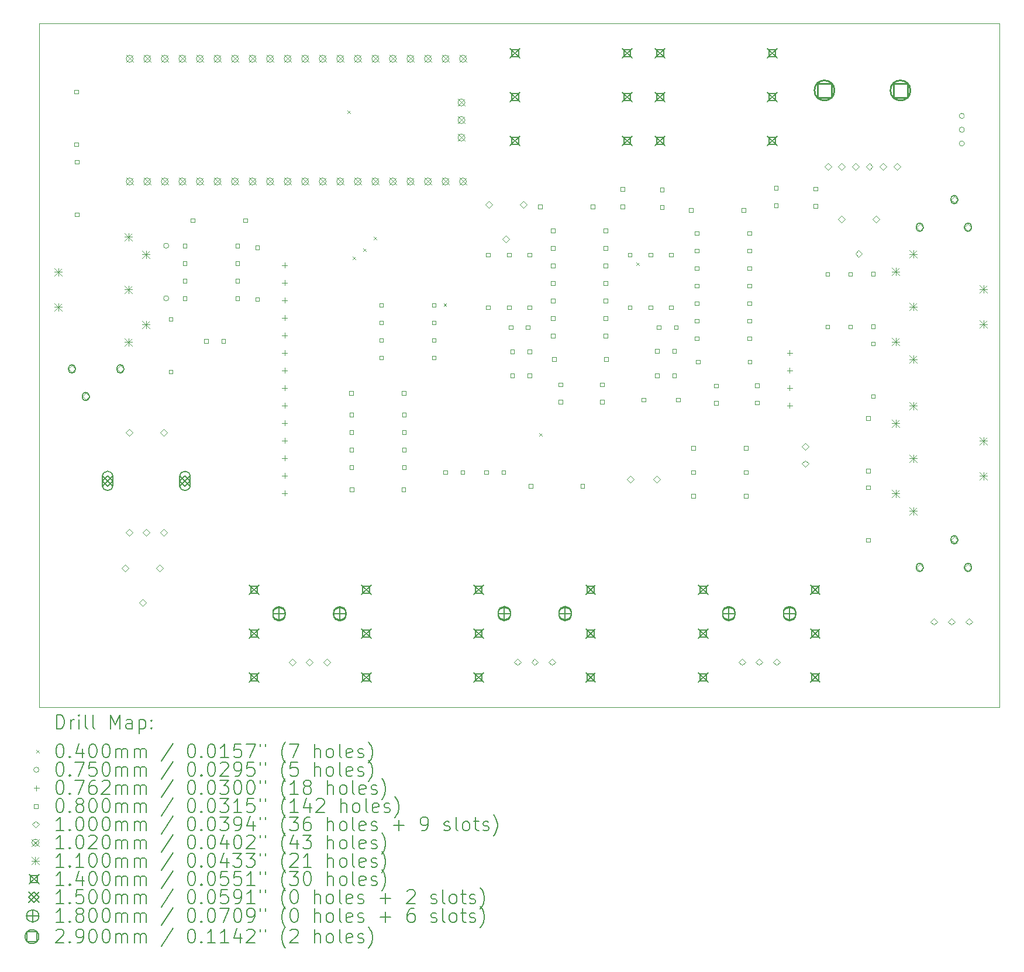
<source format=gbr>
%TF.GenerationSoftware,KiCad,Pcbnew,6.0.11+dfsg-1~bpo11+1*%
%TF.CreationDate,2023-11-13T20:18:02+01:00*%
%TF.ProjectId,v1_1,76315f31-2e6b-4696-9361-645f70636258,rev?*%
%TF.SameCoordinates,Original*%
%TF.FileFunction,Drillmap*%
%TF.FilePolarity,Positive*%
%FSLAX45Y45*%
G04 Gerber Fmt 4.5, Leading zero omitted, Abs format (unit mm)*
G04 Created by KiCad (PCBNEW 6.0.11+dfsg-1~bpo11+1) date 2023-11-13 20:18:02*
%MOMM*%
%LPD*%
G01*
G04 APERTURE LIST*
%ADD10C,0.100000*%
%ADD11C,0.200000*%
%ADD12C,0.040000*%
%ADD13C,0.075000*%
%ADD14C,0.076200*%
%ADD15C,0.080000*%
%ADD16C,0.102000*%
%ADD17C,0.110000*%
%ADD18C,0.140000*%
%ADD19C,0.150000*%
%ADD20C,0.180000*%
%ADD21C,0.290000*%
G04 APERTURE END LIST*
D10*
X23450000Y-13950000D02*
X9550000Y-13950000D01*
X9550000Y-13950000D02*
X9550000Y-4050000D01*
X9550000Y-4050000D02*
X23450000Y-4050000D01*
X23450000Y-4050000D02*
X23450000Y-13950000D01*
D11*
D12*
X14011800Y-5310210D02*
X14051800Y-5350210D01*
X14051800Y-5310210D02*
X14011800Y-5350210D01*
X14086880Y-7429240D02*
X14126880Y-7469240D01*
X14126880Y-7429240D02*
X14086880Y-7469240D01*
X14242440Y-7308850D02*
X14282440Y-7348850D01*
X14282440Y-7308850D02*
X14242440Y-7348850D01*
X14391170Y-7137240D02*
X14431170Y-7177240D01*
X14431170Y-7137240D02*
X14391170Y-7177240D01*
X15405100Y-8105400D02*
X15445100Y-8145400D01*
X15445100Y-8105400D02*
X15405100Y-8145400D01*
X16786620Y-9981870D02*
X16826620Y-10021870D01*
X16826620Y-9981870D02*
X16786620Y-10021870D01*
X18197350Y-7510270D02*
X18237350Y-7550270D01*
X18237350Y-7510270D02*
X18197350Y-7550270D01*
D13*
X11424500Y-7268500D02*
G75*
G03*
X11424500Y-7268500I-37500J0D01*
G01*
X11424500Y-8030500D02*
G75*
G03*
X11424500Y-8030500I-37500J0D01*
G01*
X22944100Y-5388000D02*
G75*
G03*
X22944100Y-5388000I-37500J0D01*
G01*
X22944100Y-5588000D02*
G75*
G03*
X22944100Y-5588000I-37500J0D01*
G01*
X22944100Y-5788000D02*
G75*
G03*
X22944100Y-5788000I-37500J0D01*
G01*
D14*
X13102000Y-7510900D02*
X13102000Y-7587100D01*
X13063900Y-7549000D02*
X13140100Y-7549000D01*
X13102000Y-7764900D02*
X13102000Y-7841100D01*
X13063900Y-7803000D02*
X13140100Y-7803000D01*
X13102000Y-8018900D02*
X13102000Y-8095100D01*
X13063900Y-8057000D02*
X13140100Y-8057000D01*
X13102000Y-8272900D02*
X13102000Y-8349100D01*
X13063900Y-8311000D02*
X13140100Y-8311000D01*
X13102000Y-8526900D02*
X13102000Y-8603100D01*
X13063900Y-8565000D02*
X13140100Y-8565000D01*
X13102000Y-8780900D02*
X13102000Y-8857100D01*
X13063900Y-8819000D02*
X13140100Y-8819000D01*
X13102000Y-9034900D02*
X13102000Y-9111100D01*
X13063900Y-9073000D02*
X13140100Y-9073000D01*
X13102000Y-9288900D02*
X13102000Y-9365100D01*
X13063900Y-9327000D02*
X13140100Y-9327000D01*
X13102000Y-9542900D02*
X13102000Y-9619100D01*
X13063900Y-9581000D02*
X13140100Y-9581000D01*
X13102000Y-9796900D02*
X13102000Y-9873100D01*
X13063900Y-9835000D02*
X13140100Y-9835000D01*
X13102000Y-10050900D02*
X13102000Y-10127100D01*
X13063900Y-10089000D02*
X13140100Y-10089000D01*
X13102000Y-10304900D02*
X13102000Y-10381100D01*
X13063900Y-10343000D02*
X13140100Y-10343000D01*
X13102000Y-10558900D02*
X13102000Y-10635100D01*
X13063900Y-10597000D02*
X13140100Y-10597000D01*
X13102000Y-10812900D02*
X13102000Y-10889100D01*
X13063900Y-10851000D02*
X13140100Y-10851000D01*
X20415000Y-8780900D02*
X20415000Y-8857100D01*
X20376900Y-8819000D02*
X20453100Y-8819000D01*
X20415000Y-9034900D02*
X20415000Y-9111100D01*
X20376900Y-9073000D02*
X20453100Y-9073000D01*
X20415000Y-9288900D02*
X20415000Y-9365100D01*
X20376900Y-9327000D02*
X20453100Y-9327000D01*
X20415000Y-9542900D02*
X20415000Y-9619100D01*
X20376900Y-9581000D02*
X20453100Y-9581000D01*
D15*
X10117165Y-5065105D02*
X10117165Y-5008536D01*
X10060596Y-5008536D01*
X10060596Y-5065105D01*
X10117165Y-5065105D01*
X10117165Y-5827104D02*
X10117165Y-5770535D01*
X10060596Y-5770535D01*
X10060596Y-5827104D01*
X10117165Y-5827104D01*
X10124785Y-6083644D02*
X10124785Y-6027075D01*
X10068216Y-6027075D01*
X10068216Y-6083644D01*
X10124785Y-6083644D01*
X10124785Y-6845644D02*
X10124785Y-6789075D01*
X10068216Y-6789075D01*
X10068216Y-6845644D01*
X10124785Y-6845644D01*
X11483684Y-8359484D02*
X11483684Y-8302915D01*
X11427115Y-8302915D01*
X11427115Y-8359484D01*
X11483684Y-8359484D01*
X11483684Y-9121485D02*
X11483684Y-9064916D01*
X11427115Y-9064916D01*
X11427115Y-9121485D01*
X11483684Y-9121485D01*
X11685284Y-7298284D02*
X11685284Y-7241715D01*
X11628715Y-7241715D01*
X11628715Y-7298284D01*
X11685284Y-7298284D01*
X11685284Y-7552284D02*
X11685284Y-7495715D01*
X11628715Y-7495715D01*
X11628715Y-7552284D01*
X11685284Y-7552284D01*
X11685284Y-7806284D02*
X11685284Y-7749715D01*
X11628715Y-7749715D01*
X11628715Y-7806284D01*
X11685284Y-7806284D01*
X11685284Y-8060284D02*
X11685284Y-8003715D01*
X11628715Y-8003715D01*
X11628715Y-8060284D01*
X11685284Y-8060284D01*
X11797284Y-6928284D02*
X11797284Y-6871715D01*
X11740715Y-6871715D01*
X11740715Y-6928284D01*
X11797284Y-6928284D01*
X11994424Y-8678285D02*
X11994424Y-8621716D01*
X11937855Y-8621716D01*
X11937855Y-8678285D01*
X11994424Y-8678285D01*
X12244424Y-8678285D02*
X12244424Y-8621716D01*
X12187855Y-8621716D01*
X12187855Y-8678285D01*
X12244424Y-8678285D01*
X12447284Y-7298284D02*
X12447284Y-7241715D01*
X12390715Y-7241715D01*
X12390715Y-7298284D01*
X12447284Y-7298284D01*
X12447284Y-7552284D02*
X12447284Y-7495715D01*
X12390715Y-7495715D01*
X12390715Y-7552284D01*
X12447284Y-7552284D01*
X12447284Y-7806284D02*
X12447284Y-7749715D01*
X12390715Y-7749715D01*
X12390715Y-7806284D01*
X12447284Y-7806284D01*
X12447284Y-8060284D02*
X12447284Y-8003715D01*
X12390715Y-8003715D01*
X12390715Y-8060284D01*
X12447284Y-8060284D01*
X12559284Y-6928284D02*
X12559284Y-6871715D01*
X12502715Y-6871715D01*
X12502715Y-6928284D01*
X12559284Y-6928284D01*
X12735284Y-7323284D02*
X12735284Y-7266715D01*
X12678715Y-7266715D01*
X12678715Y-7323284D01*
X12735284Y-7323284D01*
X12735284Y-8073284D02*
X12735284Y-8016715D01*
X12678715Y-8016715D01*
X12678715Y-8073284D01*
X12735284Y-8073284D01*
X14097284Y-9428285D02*
X14097284Y-9371716D01*
X14040715Y-9371716D01*
X14040715Y-9428285D01*
X14097284Y-9428285D01*
X14098284Y-9746285D02*
X14098284Y-9689716D01*
X14041715Y-9689716D01*
X14041715Y-9746285D01*
X14098284Y-9746285D01*
X14098284Y-10000285D02*
X14098284Y-9943716D01*
X14041715Y-9943716D01*
X14041715Y-10000285D01*
X14098284Y-10000285D01*
X14098284Y-10254285D02*
X14098284Y-10197716D01*
X14041715Y-10197716D01*
X14041715Y-10254285D01*
X14098284Y-10254285D01*
X14098284Y-10508285D02*
X14098284Y-10451716D01*
X14041715Y-10451716D01*
X14041715Y-10508285D01*
X14098284Y-10508285D01*
X14103284Y-10828285D02*
X14103284Y-10771716D01*
X14046715Y-10771716D01*
X14046715Y-10828285D01*
X14103284Y-10828285D01*
X14530684Y-8156284D02*
X14530684Y-8099715D01*
X14474115Y-8099715D01*
X14474115Y-8156284D01*
X14530684Y-8156284D01*
X14530684Y-8410285D02*
X14530684Y-8353715D01*
X14474115Y-8353715D01*
X14474115Y-8410285D01*
X14530684Y-8410285D01*
X14530684Y-8664285D02*
X14530684Y-8607716D01*
X14474115Y-8607716D01*
X14474115Y-8664285D01*
X14530684Y-8664285D01*
X14530684Y-8918285D02*
X14530684Y-8861716D01*
X14474115Y-8861716D01*
X14474115Y-8918285D01*
X14530684Y-8918285D01*
X14853284Y-10828285D02*
X14853284Y-10771716D01*
X14796715Y-10771716D01*
X14796715Y-10828285D01*
X14853284Y-10828285D01*
X14859284Y-9428285D02*
X14859284Y-9371716D01*
X14802715Y-9371716D01*
X14802715Y-9428285D01*
X14859284Y-9428285D01*
X14860284Y-9746285D02*
X14860284Y-9689716D01*
X14803715Y-9689716D01*
X14803715Y-9746285D01*
X14860284Y-9746285D01*
X14860284Y-10000285D02*
X14860284Y-9943716D01*
X14803715Y-9943716D01*
X14803715Y-10000285D01*
X14860284Y-10000285D01*
X14860284Y-10254285D02*
X14860284Y-10197716D01*
X14803715Y-10197716D01*
X14803715Y-10254285D01*
X14860284Y-10254285D01*
X14860284Y-10508285D02*
X14860284Y-10451716D01*
X14803715Y-10451716D01*
X14803715Y-10508285D01*
X14860284Y-10508285D01*
X15292684Y-8156284D02*
X15292684Y-8099715D01*
X15236115Y-8099715D01*
X15236115Y-8156284D01*
X15292684Y-8156284D01*
X15292684Y-8410285D02*
X15292684Y-8353715D01*
X15236115Y-8353715D01*
X15236115Y-8410285D01*
X15292684Y-8410285D01*
X15292684Y-8664285D02*
X15292684Y-8607716D01*
X15236115Y-8607716D01*
X15236115Y-8664285D01*
X15292684Y-8664285D01*
X15292684Y-8918285D02*
X15292684Y-8861716D01*
X15236115Y-8861716D01*
X15236115Y-8918285D01*
X15292684Y-8918285D01*
X15457774Y-10578285D02*
X15457774Y-10521716D01*
X15401205Y-10521716D01*
X15401205Y-10578285D01*
X15457774Y-10578285D01*
X15707774Y-10578285D02*
X15707774Y-10521716D01*
X15651205Y-10521716D01*
X15651205Y-10578285D01*
X15707774Y-10578285D01*
X16051324Y-10578285D02*
X16051324Y-10521716D01*
X15994755Y-10521716D01*
X15994755Y-10578285D01*
X16051324Y-10578285D01*
X16078284Y-7428284D02*
X16078284Y-7371715D01*
X16021715Y-7371715D01*
X16021715Y-7428284D01*
X16078284Y-7428284D01*
X16078284Y-8190284D02*
X16078284Y-8133715D01*
X16021715Y-8133715D01*
X16021715Y-8190284D01*
X16078284Y-8190284D01*
X16301324Y-10578285D02*
X16301324Y-10521716D01*
X16244755Y-10521716D01*
X16244755Y-10578285D01*
X16301324Y-10578285D01*
X16378284Y-7428284D02*
X16378284Y-7371715D01*
X16321715Y-7371715D01*
X16321715Y-7428284D01*
X16378284Y-7428284D01*
X16378284Y-8190284D02*
X16378284Y-8133715D01*
X16321715Y-8133715D01*
X16321715Y-8190284D01*
X16378284Y-8190284D01*
X16403284Y-8478285D02*
X16403284Y-8421716D01*
X16346715Y-8421716D01*
X16346715Y-8478285D01*
X16403284Y-8478285D01*
X16428284Y-8828285D02*
X16428284Y-8771716D01*
X16371715Y-8771716D01*
X16371715Y-8828285D01*
X16428284Y-8828285D01*
X16428284Y-9178285D02*
X16428284Y-9121716D01*
X16371715Y-9121716D01*
X16371715Y-9178285D01*
X16428284Y-9178285D01*
X16653284Y-8478285D02*
X16653284Y-8421716D01*
X16596715Y-8421716D01*
X16596715Y-8478285D01*
X16653284Y-8478285D01*
X16678284Y-7428284D02*
X16678284Y-7371715D01*
X16621715Y-7371715D01*
X16621715Y-7428284D01*
X16678284Y-7428284D01*
X16678284Y-8190284D02*
X16678284Y-8133715D01*
X16621715Y-8133715D01*
X16621715Y-8190284D01*
X16678284Y-8190284D01*
X16678284Y-8828285D02*
X16678284Y-8771716D01*
X16621715Y-8771716D01*
X16621715Y-8828285D01*
X16678284Y-8828285D01*
X16678284Y-9178285D02*
X16678284Y-9121716D01*
X16621715Y-9121716D01*
X16621715Y-9178285D01*
X16678284Y-9178285D01*
X16693264Y-10778285D02*
X16693264Y-10721716D01*
X16636695Y-10721716D01*
X16636695Y-10778285D01*
X16693264Y-10778285D01*
X16830385Y-6728284D02*
X16830385Y-6671715D01*
X16773815Y-6671715D01*
X16773815Y-6728284D01*
X16830385Y-6728284D01*
X17016285Y-7078284D02*
X17016285Y-7021715D01*
X16959716Y-7021715D01*
X16959716Y-7078284D01*
X17016285Y-7078284D01*
X17016285Y-7332284D02*
X17016285Y-7275715D01*
X16959716Y-7275715D01*
X16959716Y-7332284D01*
X17016285Y-7332284D01*
X17016285Y-7586284D02*
X17016285Y-7529715D01*
X16959716Y-7529715D01*
X16959716Y-7586284D01*
X17016285Y-7586284D01*
X17016285Y-7840284D02*
X17016285Y-7783715D01*
X16959716Y-7783715D01*
X16959716Y-7840284D01*
X17016285Y-7840284D01*
X17016285Y-8094284D02*
X17016285Y-8037715D01*
X16959716Y-8037715D01*
X16959716Y-8094284D01*
X17016285Y-8094284D01*
X17016285Y-8348284D02*
X17016285Y-8291715D01*
X16959716Y-8291715D01*
X16959716Y-8348284D01*
X17016285Y-8348284D01*
X17016285Y-8602285D02*
X17016285Y-8545716D01*
X16959716Y-8545716D01*
X16959716Y-8602285D01*
X17016285Y-8602285D01*
X17033285Y-8940785D02*
X17033285Y-8884216D01*
X16976716Y-8884216D01*
X16976716Y-8940785D01*
X17033285Y-8940785D01*
X17128285Y-9309355D02*
X17128285Y-9252786D01*
X17071716Y-9252786D01*
X17071716Y-9309355D01*
X17128285Y-9309355D01*
X17128285Y-9559355D02*
X17128285Y-9502786D01*
X17071716Y-9502786D01*
X17071716Y-9559355D01*
X17128285Y-9559355D01*
X17443265Y-10778285D02*
X17443265Y-10721716D01*
X17386696Y-10721716D01*
X17386696Y-10778285D01*
X17443265Y-10778285D01*
X17592385Y-6728284D02*
X17592385Y-6671715D01*
X17535816Y-6671715D01*
X17535816Y-6728284D01*
X17592385Y-6728284D01*
X17728285Y-9307775D02*
X17728285Y-9251206D01*
X17671716Y-9251206D01*
X17671716Y-9307775D01*
X17728285Y-9307775D01*
X17728285Y-9557775D02*
X17728285Y-9501206D01*
X17671716Y-9501206D01*
X17671716Y-9557775D01*
X17728285Y-9557775D01*
X17778285Y-7078284D02*
X17778285Y-7021715D01*
X17721716Y-7021715D01*
X17721716Y-7078284D01*
X17778285Y-7078284D01*
X17778285Y-7332284D02*
X17778285Y-7275715D01*
X17721716Y-7275715D01*
X17721716Y-7332284D01*
X17778285Y-7332284D01*
X17778285Y-7586284D02*
X17778285Y-7529715D01*
X17721716Y-7529715D01*
X17721716Y-7586284D01*
X17778285Y-7586284D01*
X17778285Y-7840284D02*
X17778285Y-7783715D01*
X17721716Y-7783715D01*
X17721716Y-7840284D01*
X17778285Y-7840284D01*
X17778285Y-8094284D02*
X17778285Y-8037715D01*
X17721716Y-8037715D01*
X17721716Y-8094284D01*
X17778285Y-8094284D01*
X17778285Y-8348284D02*
X17778285Y-8291715D01*
X17721716Y-8291715D01*
X17721716Y-8348284D01*
X17778285Y-8348284D01*
X17778285Y-8602285D02*
X17778285Y-8545716D01*
X17721716Y-8545716D01*
X17721716Y-8602285D01*
X17778285Y-8602285D01*
X17783285Y-8940785D02*
X17783285Y-8884216D01*
X17726716Y-8884216D01*
X17726716Y-8940785D01*
X17783285Y-8940785D01*
X18023685Y-6478284D02*
X18023685Y-6421715D01*
X17967116Y-6421715D01*
X17967116Y-6478284D01*
X18023685Y-6478284D01*
X18023685Y-6728284D02*
X18023685Y-6671715D01*
X17967116Y-6671715D01*
X17967116Y-6728284D01*
X18023685Y-6728284D01*
X18128285Y-7428284D02*
X18128285Y-7371715D01*
X18071716Y-7371715D01*
X18071716Y-7428284D01*
X18128285Y-7428284D01*
X18128285Y-8190284D02*
X18128285Y-8133715D01*
X18071716Y-8133715D01*
X18071716Y-8190284D01*
X18128285Y-8190284D01*
X18328285Y-9528285D02*
X18328285Y-9471716D01*
X18271716Y-9471716D01*
X18271716Y-9528285D01*
X18328285Y-9528285D01*
X18428285Y-7428284D02*
X18428285Y-7371715D01*
X18371716Y-7371715D01*
X18371716Y-7428284D01*
X18428285Y-7428284D01*
X18428285Y-8190284D02*
X18428285Y-8133715D01*
X18371716Y-8133715D01*
X18371716Y-8190284D01*
X18428285Y-8190284D01*
X18523285Y-8820285D02*
X18523285Y-8763716D01*
X18466716Y-8763716D01*
X18466716Y-8820285D01*
X18523285Y-8820285D01*
X18523285Y-9178285D02*
X18523285Y-9121716D01*
X18466716Y-9121716D01*
X18466716Y-9178285D01*
X18523285Y-9178285D01*
X18548285Y-8478285D02*
X18548285Y-8421716D01*
X18491716Y-8421716D01*
X18491716Y-8478285D01*
X18548285Y-8478285D01*
X18595685Y-6485814D02*
X18595685Y-6429245D01*
X18539116Y-6429245D01*
X18539116Y-6485814D01*
X18595685Y-6485814D01*
X18595685Y-6735814D02*
X18595685Y-6679245D01*
X18539116Y-6679245D01*
X18539116Y-6735814D01*
X18595685Y-6735814D01*
X18728285Y-7428284D02*
X18728285Y-7371715D01*
X18671716Y-7371715D01*
X18671716Y-7428284D01*
X18728285Y-7428284D01*
X18728285Y-8190284D02*
X18728285Y-8133715D01*
X18671716Y-8133715D01*
X18671716Y-8190284D01*
X18728285Y-8190284D01*
X18773285Y-8820285D02*
X18773285Y-8763716D01*
X18716716Y-8763716D01*
X18716716Y-8820285D01*
X18773285Y-8820285D01*
X18773285Y-9178285D02*
X18773285Y-9121716D01*
X18716716Y-9121716D01*
X18716716Y-9178285D01*
X18773285Y-9178285D01*
X18798285Y-8478285D02*
X18798285Y-8421716D01*
X18741716Y-8421716D01*
X18741716Y-8478285D01*
X18798285Y-8478285D01*
X18828285Y-9528285D02*
X18828285Y-9471716D01*
X18771716Y-9471716D01*
X18771716Y-9528285D01*
X18828285Y-9528285D01*
X19014785Y-6778284D02*
X19014785Y-6721715D01*
X18958216Y-6721715D01*
X18958216Y-6778284D01*
X19014785Y-6778284D01*
X19047285Y-10228285D02*
X19047285Y-10171716D01*
X18990716Y-10171716D01*
X18990716Y-10228285D01*
X19047285Y-10228285D01*
X19047285Y-10578285D02*
X19047285Y-10521716D01*
X18990716Y-10521716D01*
X18990716Y-10578285D01*
X19047285Y-10578285D01*
X19047285Y-10919285D02*
X19047285Y-10862716D01*
X18990716Y-10862716D01*
X18990716Y-10919285D01*
X19047285Y-10919285D01*
X19096285Y-7115784D02*
X19096285Y-7059215D01*
X19039716Y-7059215D01*
X19039716Y-7115784D01*
X19096285Y-7115784D01*
X19096285Y-7369784D02*
X19096285Y-7313215D01*
X19039716Y-7313215D01*
X19039716Y-7369784D01*
X19096285Y-7369784D01*
X19096285Y-7623784D02*
X19096285Y-7567215D01*
X19039716Y-7567215D01*
X19039716Y-7623784D01*
X19096285Y-7623784D01*
X19096285Y-7877784D02*
X19096285Y-7821215D01*
X19039716Y-7821215D01*
X19039716Y-7877784D01*
X19096285Y-7877784D01*
X19096285Y-8131784D02*
X19096285Y-8075215D01*
X19039716Y-8075215D01*
X19039716Y-8131784D01*
X19096285Y-8131784D01*
X19096285Y-8385784D02*
X19096285Y-8329215D01*
X19039716Y-8329215D01*
X19039716Y-8385784D01*
X19096285Y-8385784D01*
X19096285Y-8639785D02*
X19096285Y-8583216D01*
X19039716Y-8583216D01*
X19039716Y-8639785D01*
X19096285Y-8639785D01*
X19113285Y-8978285D02*
X19113285Y-8921716D01*
X19056716Y-8921716D01*
X19056716Y-8978285D01*
X19113285Y-8978285D01*
X19378285Y-9325725D02*
X19378285Y-9269156D01*
X19321716Y-9269156D01*
X19321716Y-9325725D01*
X19378285Y-9325725D01*
X19378285Y-9575725D02*
X19378285Y-9519156D01*
X19321716Y-9519156D01*
X19321716Y-9575725D01*
X19378285Y-9575725D01*
X19776785Y-6778284D02*
X19776785Y-6721715D01*
X19720216Y-6721715D01*
X19720216Y-6778284D01*
X19776785Y-6778284D01*
X19809285Y-10228285D02*
X19809285Y-10171716D01*
X19752716Y-10171716D01*
X19752716Y-10228285D01*
X19809285Y-10228285D01*
X19809285Y-10578285D02*
X19809285Y-10521716D01*
X19752716Y-10521716D01*
X19752716Y-10578285D01*
X19809285Y-10578285D01*
X19809285Y-10919285D02*
X19809285Y-10862716D01*
X19752716Y-10862716D01*
X19752716Y-10919285D01*
X19809285Y-10919285D01*
X19858285Y-7115784D02*
X19858285Y-7059215D01*
X19801716Y-7059215D01*
X19801716Y-7115784D01*
X19858285Y-7115784D01*
X19858285Y-7369784D02*
X19858285Y-7313215D01*
X19801716Y-7313215D01*
X19801716Y-7369784D01*
X19858285Y-7369784D01*
X19858285Y-7623784D02*
X19858285Y-7567215D01*
X19801716Y-7567215D01*
X19801716Y-7623784D01*
X19858285Y-7623784D01*
X19858285Y-7877784D02*
X19858285Y-7821215D01*
X19801716Y-7821215D01*
X19801716Y-7877784D01*
X19858285Y-7877784D01*
X19858285Y-8131784D02*
X19858285Y-8075215D01*
X19801716Y-8075215D01*
X19801716Y-8131784D01*
X19858285Y-8131784D01*
X19858285Y-8385784D02*
X19858285Y-8329215D01*
X19801716Y-8329215D01*
X19801716Y-8385784D01*
X19858285Y-8385784D01*
X19858285Y-8639785D02*
X19858285Y-8583216D01*
X19801716Y-8583216D01*
X19801716Y-8639785D01*
X19858285Y-8639785D01*
X19863285Y-8978285D02*
X19863285Y-8921716D01*
X19806716Y-8921716D01*
X19806716Y-8978285D01*
X19863285Y-8978285D01*
X19971285Y-9320665D02*
X19971285Y-9264096D01*
X19914716Y-9264096D01*
X19914716Y-9320665D01*
X19971285Y-9320665D01*
X19971285Y-9570665D02*
X19971285Y-9514096D01*
X19914716Y-9514096D01*
X19914716Y-9570665D01*
X19971285Y-9570665D01*
X20246685Y-6461254D02*
X20246685Y-6404685D01*
X20190116Y-6404685D01*
X20190116Y-6461254D01*
X20246685Y-6461254D01*
X20246685Y-6711254D02*
X20246685Y-6654685D01*
X20190116Y-6654685D01*
X20190116Y-6711254D01*
X20246685Y-6711254D01*
X20817185Y-6472684D02*
X20817185Y-6416115D01*
X20760616Y-6416115D01*
X20760616Y-6472684D01*
X20817185Y-6472684D01*
X20817185Y-6722684D02*
X20817185Y-6666115D01*
X20760616Y-6666115D01*
X20760616Y-6722684D01*
X20817185Y-6722684D01*
X20990105Y-7709244D02*
X20990105Y-7652675D01*
X20933536Y-7652675D01*
X20933536Y-7709244D01*
X20990105Y-7709244D01*
X20990105Y-8471245D02*
X20990105Y-8414676D01*
X20933536Y-8414676D01*
X20933536Y-8471245D01*
X20990105Y-8471245D01*
X21321105Y-7709244D02*
X21321105Y-7652675D01*
X21264536Y-7652675D01*
X21264536Y-7709244D01*
X21321105Y-7709244D01*
X21321105Y-8471245D02*
X21321105Y-8414676D01*
X21264536Y-8414676D01*
X21264536Y-8471245D01*
X21321105Y-8471245D01*
X21578285Y-9797285D02*
X21578285Y-9740716D01*
X21521716Y-9740716D01*
X21521716Y-9797285D01*
X21578285Y-9797285D01*
X21578285Y-10559285D02*
X21578285Y-10502716D01*
X21521716Y-10502716D01*
X21521716Y-10559285D01*
X21578285Y-10559285D01*
X21578285Y-10797285D02*
X21578285Y-10740716D01*
X21521716Y-10740716D01*
X21521716Y-10797285D01*
X21578285Y-10797285D01*
X21578285Y-11559284D02*
X21578285Y-11502715D01*
X21521716Y-11502715D01*
X21521716Y-11559284D01*
X21578285Y-11559284D01*
X21651305Y-7703084D02*
X21651305Y-7646515D01*
X21594736Y-7646515D01*
X21594736Y-7703084D01*
X21651305Y-7703084D01*
X21651305Y-8465085D02*
X21651305Y-8408516D01*
X21594736Y-8408516D01*
X21594736Y-8465085D01*
X21651305Y-8465085D01*
X21651305Y-8715085D02*
X21651305Y-8658516D01*
X21594736Y-8658516D01*
X21594736Y-8715085D01*
X21651305Y-8715085D01*
X21651305Y-9477085D02*
X21651305Y-9420516D01*
X21594736Y-9420516D01*
X21594736Y-9477085D01*
X21651305Y-9477085D01*
D10*
X10023200Y-9102550D02*
X10073200Y-9052550D01*
X10023200Y-9002550D01*
X9973200Y-9052550D01*
X10023200Y-9102550D01*
D11*
X9973200Y-9042550D02*
X9973200Y-9062550D01*
X10073200Y-9042550D02*
X10073200Y-9062550D01*
X9973200Y-9062550D02*
G75*
G03*
X10073200Y-9062550I50000J0D01*
G01*
X10073200Y-9042550D02*
G75*
G03*
X9973200Y-9042550I-50000J0D01*
G01*
D10*
X10223200Y-9502550D02*
X10273200Y-9452550D01*
X10223200Y-9402550D01*
X10173200Y-9452550D01*
X10223200Y-9502550D01*
D11*
X10173200Y-9442550D02*
X10173200Y-9462550D01*
X10273200Y-9442550D02*
X10273200Y-9462550D01*
X10173200Y-9462550D02*
G75*
G03*
X10273200Y-9462550I50000J0D01*
G01*
X10273200Y-9442550D02*
G75*
G03*
X10173200Y-9442550I-50000J0D01*
G01*
D10*
X10723200Y-9102550D02*
X10773200Y-9052550D01*
X10723200Y-9002550D01*
X10673200Y-9052550D01*
X10723200Y-9102550D01*
D11*
X10673200Y-9042550D02*
X10673200Y-9062550D01*
X10773200Y-9042550D02*
X10773200Y-9062550D01*
X10673200Y-9062550D02*
G75*
G03*
X10773200Y-9062550I50000J0D01*
G01*
X10773200Y-9042550D02*
G75*
G03*
X10673200Y-9042550I-50000J0D01*
G01*
D10*
X10795000Y-11988000D02*
X10845000Y-11938000D01*
X10795000Y-11888000D01*
X10745000Y-11938000D01*
X10795000Y-11988000D01*
X10850000Y-10025000D02*
X10900000Y-9975000D01*
X10850000Y-9925000D01*
X10800000Y-9975000D01*
X10850000Y-10025000D01*
X10850000Y-11475000D02*
X10900000Y-11425000D01*
X10850000Y-11375000D01*
X10800000Y-11425000D01*
X10850000Y-11475000D01*
X11045000Y-12488000D02*
X11095000Y-12438000D01*
X11045000Y-12388000D01*
X10995000Y-12438000D01*
X11045000Y-12488000D01*
X11100000Y-11475000D02*
X11150000Y-11425000D01*
X11100000Y-11375000D01*
X11050000Y-11425000D01*
X11100000Y-11475000D01*
X11295000Y-11988000D02*
X11345000Y-11938000D01*
X11295000Y-11888000D01*
X11245000Y-11938000D01*
X11295000Y-11988000D01*
X11350000Y-10025000D02*
X11400000Y-9975000D01*
X11350000Y-9925000D01*
X11300000Y-9975000D01*
X11350000Y-10025000D01*
X11350000Y-11475000D02*
X11400000Y-11425000D01*
X11350000Y-11375000D01*
X11300000Y-11425000D01*
X11350000Y-11475000D01*
X13212000Y-13350000D02*
X13262000Y-13300000D01*
X13212000Y-13250000D01*
X13162000Y-13300000D01*
X13212000Y-13350000D01*
X13462000Y-13350000D02*
X13512000Y-13300000D01*
X13462000Y-13250000D01*
X13412000Y-13300000D01*
X13462000Y-13350000D01*
X13712000Y-13350000D02*
X13762000Y-13300000D01*
X13712000Y-13250000D01*
X13662000Y-13300000D01*
X13712000Y-13350000D01*
X16056800Y-6719560D02*
X16106800Y-6669560D01*
X16056800Y-6619560D01*
X16006800Y-6669560D01*
X16056800Y-6719560D01*
X16306800Y-7219560D02*
X16356800Y-7169560D01*
X16306800Y-7119560D01*
X16256800Y-7169560D01*
X16306800Y-7219560D01*
X16474000Y-13347500D02*
X16524000Y-13297500D01*
X16474000Y-13247500D01*
X16424000Y-13297500D01*
X16474000Y-13347500D01*
X16556800Y-6719560D02*
X16606800Y-6669560D01*
X16556800Y-6619560D01*
X16506800Y-6669560D01*
X16556800Y-6719560D01*
X16724000Y-13347500D02*
X16774000Y-13297500D01*
X16724000Y-13247500D01*
X16674000Y-13297500D01*
X16724000Y-13347500D01*
X16974000Y-13347500D02*
X17024000Y-13297500D01*
X16974000Y-13247500D01*
X16924000Y-13297500D01*
X16974000Y-13347500D01*
X18107070Y-10700000D02*
X18157070Y-10650000D01*
X18107070Y-10600000D01*
X18057070Y-10650000D01*
X18107070Y-10700000D01*
X18487070Y-10700000D02*
X18537070Y-10650000D01*
X18487070Y-10600000D01*
X18437070Y-10650000D01*
X18487070Y-10700000D01*
X19723500Y-13347500D02*
X19773500Y-13297500D01*
X19723500Y-13247500D01*
X19673500Y-13297500D01*
X19723500Y-13347500D01*
X19973500Y-13347500D02*
X20023500Y-13297500D01*
X19973500Y-13247500D01*
X19923500Y-13297500D01*
X19973500Y-13347500D01*
X20223500Y-13347500D02*
X20273500Y-13297500D01*
X20223500Y-13247500D01*
X20173500Y-13297500D01*
X20223500Y-13347500D01*
X20637500Y-10226700D02*
X20687500Y-10176700D01*
X20637500Y-10126700D01*
X20587500Y-10176700D01*
X20637500Y-10226700D01*
X20637500Y-10476700D02*
X20687500Y-10426700D01*
X20637500Y-10376700D01*
X20587500Y-10426700D01*
X20637500Y-10476700D01*
X20968080Y-6168860D02*
X21018080Y-6118860D01*
X20968080Y-6068860D01*
X20918080Y-6118860D01*
X20968080Y-6168860D01*
X21164740Y-6932920D02*
X21214740Y-6882920D01*
X21164740Y-6832920D01*
X21114740Y-6882920D01*
X21164740Y-6932920D01*
X21168080Y-6168860D02*
X21218080Y-6118860D01*
X21168080Y-6068860D01*
X21118080Y-6118860D01*
X21168080Y-6168860D01*
X21368080Y-6168860D02*
X21418080Y-6118860D01*
X21368080Y-6068860D01*
X21318080Y-6118860D01*
X21368080Y-6168860D01*
X21414740Y-7432920D02*
X21464740Y-7382920D01*
X21414740Y-7332920D01*
X21364740Y-7382920D01*
X21414740Y-7432920D01*
X21568080Y-6168860D02*
X21618080Y-6118860D01*
X21568080Y-6068860D01*
X21518080Y-6118860D01*
X21568080Y-6168860D01*
X21664740Y-6932920D02*
X21714740Y-6882920D01*
X21664740Y-6832920D01*
X21614740Y-6882920D01*
X21664740Y-6932920D01*
X21768080Y-6168860D02*
X21818080Y-6118860D01*
X21768080Y-6068860D01*
X21718080Y-6118860D01*
X21768080Y-6168860D01*
X21968080Y-6168860D02*
X22018080Y-6118860D01*
X21968080Y-6068860D01*
X21918080Y-6118860D01*
X21968080Y-6168860D01*
X22296800Y-7050250D02*
X22346800Y-7000250D01*
X22296800Y-6950250D01*
X22246800Y-7000250D01*
X22296800Y-7050250D01*
D11*
X22346800Y-7010250D02*
X22346800Y-6990250D01*
X22246800Y-7010250D02*
X22246800Y-6990250D01*
X22346800Y-6990250D02*
G75*
G03*
X22246800Y-6990250I-50000J0D01*
G01*
X22246800Y-7010250D02*
G75*
G03*
X22346800Y-7010250I50000J0D01*
G01*
D10*
X22296800Y-11977850D02*
X22346800Y-11927850D01*
X22296800Y-11877850D01*
X22246800Y-11927850D01*
X22296800Y-11977850D01*
D11*
X22346800Y-11937850D02*
X22346800Y-11917850D01*
X22246800Y-11937850D02*
X22246800Y-11917850D01*
X22346800Y-11917850D02*
G75*
G03*
X22246800Y-11917850I-50000J0D01*
G01*
X22246800Y-11937850D02*
G75*
G03*
X22346800Y-11937850I50000J0D01*
G01*
D10*
X22504400Y-12763300D02*
X22554400Y-12713300D01*
X22504400Y-12663300D01*
X22454400Y-12713300D01*
X22504400Y-12763300D01*
X22758400Y-12763300D02*
X22808400Y-12713300D01*
X22758400Y-12663300D01*
X22708400Y-12713300D01*
X22758400Y-12763300D01*
X22796800Y-6650250D02*
X22846800Y-6600250D01*
X22796800Y-6550250D01*
X22746800Y-6600250D01*
X22796800Y-6650250D01*
D11*
X22846800Y-6610250D02*
X22846800Y-6590250D01*
X22746800Y-6610250D02*
X22746800Y-6590250D01*
X22846800Y-6590250D02*
G75*
G03*
X22746800Y-6590250I-50000J0D01*
G01*
X22746800Y-6610250D02*
G75*
G03*
X22846800Y-6610250I50000J0D01*
G01*
D10*
X22796800Y-11577850D02*
X22846800Y-11527850D01*
X22796800Y-11477850D01*
X22746800Y-11527850D01*
X22796800Y-11577850D01*
D11*
X22846800Y-11537850D02*
X22846800Y-11517850D01*
X22746800Y-11537850D02*
X22746800Y-11517850D01*
X22846800Y-11517850D02*
G75*
G03*
X22746800Y-11517850I-50000J0D01*
G01*
X22746800Y-11537850D02*
G75*
G03*
X22846800Y-11537850I50000J0D01*
G01*
D10*
X22996800Y-7050250D02*
X23046800Y-7000250D01*
X22996800Y-6950250D01*
X22946800Y-7000250D01*
X22996800Y-7050250D01*
D11*
X23046800Y-7010250D02*
X23046800Y-6990250D01*
X22946800Y-7010250D02*
X22946800Y-6990250D01*
X23046800Y-6990250D02*
G75*
G03*
X22946800Y-6990250I-50000J0D01*
G01*
X22946800Y-7010250D02*
G75*
G03*
X23046800Y-7010250I50000J0D01*
G01*
D10*
X22996800Y-11977850D02*
X23046800Y-11927850D01*
X22996800Y-11877850D01*
X22946800Y-11927850D01*
X22996800Y-11977850D01*
D11*
X23046800Y-11937850D02*
X23046800Y-11917850D01*
X22946800Y-11937850D02*
X22946800Y-11917850D01*
X23046800Y-11917850D02*
G75*
G03*
X22946800Y-11917850I-50000J0D01*
G01*
X22946800Y-11937850D02*
G75*
G03*
X23046800Y-11937850I50000J0D01*
G01*
D10*
X23012400Y-12763300D02*
X23062400Y-12713300D01*
X23012400Y-12663300D01*
X22962400Y-12713300D01*
X23012400Y-12763300D01*
D16*
X10808400Y-4508300D02*
X10910400Y-4610300D01*
X10910400Y-4508300D02*
X10808400Y-4610300D01*
X10910400Y-4559300D02*
G75*
G03*
X10910400Y-4559300I-51000J0D01*
G01*
X10808400Y-6286300D02*
X10910400Y-6388300D01*
X10910400Y-6286300D02*
X10808400Y-6388300D01*
X10910400Y-6337300D02*
G75*
G03*
X10910400Y-6337300I-51000J0D01*
G01*
X11062400Y-4508300D02*
X11164400Y-4610300D01*
X11164400Y-4508300D02*
X11062400Y-4610300D01*
X11164400Y-4559300D02*
G75*
G03*
X11164400Y-4559300I-51000J0D01*
G01*
X11062400Y-6286300D02*
X11164400Y-6388300D01*
X11164400Y-6286300D02*
X11062400Y-6388300D01*
X11164400Y-6337300D02*
G75*
G03*
X11164400Y-6337300I-51000J0D01*
G01*
X11316400Y-4508300D02*
X11418400Y-4610300D01*
X11418400Y-4508300D02*
X11316400Y-4610300D01*
X11418400Y-4559300D02*
G75*
G03*
X11418400Y-4559300I-51000J0D01*
G01*
X11316400Y-6286300D02*
X11418400Y-6388300D01*
X11418400Y-6286300D02*
X11316400Y-6388300D01*
X11418400Y-6337300D02*
G75*
G03*
X11418400Y-6337300I-51000J0D01*
G01*
X11570400Y-4508300D02*
X11672400Y-4610300D01*
X11672400Y-4508300D02*
X11570400Y-4610300D01*
X11672400Y-4559300D02*
G75*
G03*
X11672400Y-4559300I-51000J0D01*
G01*
X11570400Y-6286300D02*
X11672400Y-6388300D01*
X11672400Y-6286300D02*
X11570400Y-6388300D01*
X11672400Y-6337300D02*
G75*
G03*
X11672400Y-6337300I-51000J0D01*
G01*
X11824400Y-4508300D02*
X11926400Y-4610300D01*
X11926400Y-4508300D02*
X11824400Y-4610300D01*
X11926400Y-4559300D02*
G75*
G03*
X11926400Y-4559300I-51000J0D01*
G01*
X11824400Y-6286300D02*
X11926400Y-6388300D01*
X11926400Y-6286300D02*
X11824400Y-6388300D01*
X11926400Y-6337300D02*
G75*
G03*
X11926400Y-6337300I-51000J0D01*
G01*
X12078400Y-4508300D02*
X12180400Y-4610300D01*
X12180400Y-4508300D02*
X12078400Y-4610300D01*
X12180400Y-4559300D02*
G75*
G03*
X12180400Y-4559300I-51000J0D01*
G01*
X12078400Y-6286300D02*
X12180400Y-6388300D01*
X12180400Y-6286300D02*
X12078400Y-6388300D01*
X12180400Y-6337300D02*
G75*
G03*
X12180400Y-6337300I-51000J0D01*
G01*
X12332400Y-4508300D02*
X12434400Y-4610300D01*
X12434400Y-4508300D02*
X12332400Y-4610300D01*
X12434400Y-4559300D02*
G75*
G03*
X12434400Y-4559300I-51000J0D01*
G01*
X12332400Y-6286300D02*
X12434400Y-6388300D01*
X12434400Y-6286300D02*
X12332400Y-6388300D01*
X12434400Y-6337300D02*
G75*
G03*
X12434400Y-6337300I-51000J0D01*
G01*
X12586400Y-4508300D02*
X12688400Y-4610300D01*
X12688400Y-4508300D02*
X12586400Y-4610300D01*
X12688400Y-4559300D02*
G75*
G03*
X12688400Y-4559300I-51000J0D01*
G01*
X12586400Y-6286300D02*
X12688400Y-6388300D01*
X12688400Y-6286300D02*
X12586400Y-6388300D01*
X12688400Y-6337300D02*
G75*
G03*
X12688400Y-6337300I-51000J0D01*
G01*
X12840400Y-4508300D02*
X12942400Y-4610300D01*
X12942400Y-4508300D02*
X12840400Y-4610300D01*
X12942400Y-4559300D02*
G75*
G03*
X12942400Y-4559300I-51000J0D01*
G01*
X12840400Y-6286300D02*
X12942400Y-6388300D01*
X12942400Y-6286300D02*
X12840400Y-6388300D01*
X12942400Y-6337300D02*
G75*
G03*
X12942400Y-6337300I-51000J0D01*
G01*
X13094400Y-4508300D02*
X13196400Y-4610300D01*
X13196400Y-4508300D02*
X13094400Y-4610300D01*
X13196400Y-4559300D02*
G75*
G03*
X13196400Y-4559300I-51000J0D01*
G01*
X13094400Y-6286300D02*
X13196400Y-6388300D01*
X13196400Y-6286300D02*
X13094400Y-6388300D01*
X13196400Y-6337300D02*
G75*
G03*
X13196400Y-6337300I-51000J0D01*
G01*
X13348400Y-4508300D02*
X13450400Y-4610300D01*
X13450400Y-4508300D02*
X13348400Y-4610300D01*
X13450400Y-4559300D02*
G75*
G03*
X13450400Y-4559300I-51000J0D01*
G01*
X13348400Y-6286300D02*
X13450400Y-6388300D01*
X13450400Y-6286300D02*
X13348400Y-6388300D01*
X13450400Y-6337300D02*
G75*
G03*
X13450400Y-6337300I-51000J0D01*
G01*
X13602400Y-4508300D02*
X13704400Y-4610300D01*
X13704400Y-4508300D02*
X13602400Y-4610300D01*
X13704400Y-4559300D02*
G75*
G03*
X13704400Y-4559300I-51000J0D01*
G01*
X13602400Y-6286300D02*
X13704400Y-6388300D01*
X13704400Y-6286300D02*
X13602400Y-6388300D01*
X13704400Y-6337300D02*
G75*
G03*
X13704400Y-6337300I-51000J0D01*
G01*
X13856400Y-4508300D02*
X13958400Y-4610300D01*
X13958400Y-4508300D02*
X13856400Y-4610300D01*
X13958400Y-4559300D02*
G75*
G03*
X13958400Y-4559300I-51000J0D01*
G01*
X13856400Y-6286300D02*
X13958400Y-6388300D01*
X13958400Y-6286300D02*
X13856400Y-6388300D01*
X13958400Y-6337300D02*
G75*
G03*
X13958400Y-6337300I-51000J0D01*
G01*
X14110400Y-4508300D02*
X14212400Y-4610300D01*
X14212400Y-4508300D02*
X14110400Y-4610300D01*
X14212400Y-4559300D02*
G75*
G03*
X14212400Y-4559300I-51000J0D01*
G01*
X14110400Y-6286300D02*
X14212400Y-6388300D01*
X14212400Y-6286300D02*
X14110400Y-6388300D01*
X14212400Y-6337300D02*
G75*
G03*
X14212400Y-6337300I-51000J0D01*
G01*
X14364400Y-4508300D02*
X14466400Y-4610300D01*
X14466400Y-4508300D02*
X14364400Y-4610300D01*
X14466400Y-4559300D02*
G75*
G03*
X14466400Y-4559300I-51000J0D01*
G01*
X14364400Y-6286300D02*
X14466400Y-6388300D01*
X14466400Y-6286300D02*
X14364400Y-6388300D01*
X14466400Y-6337300D02*
G75*
G03*
X14466400Y-6337300I-51000J0D01*
G01*
X14618400Y-4508300D02*
X14720400Y-4610300D01*
X14720400Y-4508300D02*
X14618400Y-4610300D01*
X14720400Y-4559300D02*
G75*
G03*
X14720400Y-4559300I-51000J0D01*
G01*
X14618400Y-6286300D02*
X14720400Y-6388300D01*
X14720400Y-6286300D02*
X14618400Y-6388300D01*
X14720400Y-6337300D02*
G75*
G03*
X14720400Y-6337300I-51000J0D01*
G01*
X14872400Y-4508300D02*
X14974400Y-4610300D01*
X14974400Y-4508300D02*
X14872400Y-4610300D01*
X14974400Y-4559300D02*
G75*
G03*
X14974400Y-4559300I-51000J0D01*
G01*
X14872400Y-6286300D02*
X14974400Y-6388300D01*
X14974400Y-6286300D02*
X14872400Y-6388300D01*
X14974400Y-6337300D02*
G75*
G03*
X14974400Y-6337300I-51000J0D01*
G01*
X15126400Y-4508300D02*
X15228400Y-4610300D01*
X15228400Y-4508300D02*
X15126400Y-4610300D01*
X15228400Y-4559300D02*
G75*
G03*
X15228400Y-4559300I-51000J0D01*
G01*
X15126400Y-6286300D02*
X15228400Y-6388300D01*
X15228400Y-6286300D02*
X15126400Y-6388300D01*
X15228400Y-6337300D02*
G75*
G03*
X15228400Y-6337300I-51000J0D01*
G01*
X15380400Y-4508300D02*
X15482400Y-4610300D01*
X15482400Y-4508300D02*
X15380400Y-4610300D01*
X15482400Y-4559300D02*
G75*
G03*
X15482400Y-4559300I-51000J0D01*
G01*
X15380400Y-6286300D02*
X15482400Y-6388300D01*
X15482400Y-6286300D02*
X15380400Y-6388300D01*
X15482400Y-6337300D02*
G75*
G03*
X15482400Y-6337300I-51000J0D01*
G01*
X15611400Y-5143300D02*
X15713400Y-5245300D01*
X15713400Y-5143300D02*
X15611400Y-5245300D01*
X15713400Y-5194300D02*
G75*
G03*
X15713400Y-5194300I-51000J0D01*
G01*
X15611400Y-5397300D02*
X15713400Y-5499300D01*
X15713400Y-5397300D02*
X15611400Y-5499300D01*
X15713400Y-5448300D02*
G75*
G03*
X15713400Y-5448300I-51000J0D01*
G01*
X15611400Y-5651300D02*
X15713400Y-5753300D01*
X15713400Y-5651300D02*
X15611400Y-5753300D01*
X15713400Y-5702300D02*
G75*
G03*
X15713400Y-5702300I-51000J0D01*
G01*
X15634400Y-4508300D02*
X15736400Y-4610300D01*
X15736400Y-4508300D02*
X15634400Y-4610300D01*
X15736400Y-4559300D02*
G75*
G03*
X15736400Y-4559300I-51000J0D01*
G01*
X15634400Y-6286300D02*
X15736400Y-6388300D01*
X15736400Y-6286300D02*
X15634400Y-6388300D01*
X15736400Y-6337300D02*
G75*
G03*
X15736400Y-6337300I-51000J0D01*
G01*
D17*
X9773500Y-7591000D02*
X9883500Y-7701000D01*
X9883500Y-7591000D02*
X9773500Y-7701000D01*
X9828500Y-7591000D02*
X9828500Y-7701000D01*
X9773500Y-7646000D02*
X9883500Y-7646000D01*
X9773500Y-8099000D02*
X9883500Y-8209000D01*
X9883500Y-8099000D02*
X9773500Y-8209000D01*
X9828500Y-8099000D02*
X9828500Y-8209000D01*
X9773500Y-8154000D02*
X9883500Y-8154000D01*
X10789500Y-7083000D02*
X10899500Y-7193000D01*
X10899500Y-7083000D02*
X10789500Y-7193000D01*
X10844500Y-7083000D02*
X10844500Y-7193000D01*
X10789500Y-7138000D02*
X10899500Y-7138000D01*
X10789500Y-7845000D02*
X10899500Y-7955000D01*
X10899500Y-7845000D02*
X10789500Y-7955000D01*
X10844500Y-7845000D02*
X10844500Y-7955000D01*
X10789500Y-7900000D02*
X10899500Y-7900000D01*
X10789500Y-8607000D02*
X10899500Y-8717000D01*
X10899500Y-8607000D02*
X10789500Y-8717000D01*
X10844500Y-8607000D02*
X10844500Y-8717000D01*
X10789500Y-8662000D02*
X10899500Y-8662000D01*
X11043500Y-7337000D02*
X11153500Y-7447000D01*
X11153500Y-7337000D02*
X11043500Y-7447000D01*
X11098500Y-7337000D02*
X11098500Y-7447000D01*
X11043500Y-7392000D02*
X11153500Y-7392000D01*
X11043500Y-8353000D02*
X11153500Y-8463000D01*
X11153500Y-8353000D02*
X11043500Y-8463000D01*
X11098500Y-8353000D02*
X11098500Y-8463000D01*
X11043500Y-8408000D02*
X11153500Y-8408000D01*
X21896500Y-7587000D02*
X22006500Y-7697000D01*
X22006500Y-7587000D02*
X21896500Y-7697000D01*
X21951500Y-7587000D02*
X21951500Y-7697000D01*
X21896500Y-7642000D02*
X22006500Y-7642000D01*
X21896500Y-8603000D02*
X22006500Y-8713000D01*
X22006500Y-8603000D02*
X21896500Y-8713000D01*
X21951500Y-8603000D02*
X21951500Y-8713000D01*
X21896500Y-8658000D02*
X22006500Y-8658000D01*
X21896500Y-9787000D02*
X22006500Y-9897000D01*
X22006500Y-9787000D02*
X21896500Y-9897000D01*
X21951500Y-9787000D02*
X21951500Y-9897000D01*
X21896500Y-9842000D02*
X22006500Y-9842000D01*
X21896500Y-10803000D02*
X22006500Y-10913000D01*
X22006500Y-10803000D02*
X21896500Y-10913000D01*
X21951500Y-10803000D02*
X21951500Y-10913000D01*
X21896500Y-10858000D02*
X22006500Y-10858000D01*
X22150500Y-7333000D02*
X22260500Y-7443000D01*
X22260500Y-7333000D02*
X22150500Y-7443000D01*
X22205500Y-7333000D02*
X22205500Y-7443000D01*
X22150500Y-7388000D02*
X22260500Y-7388000D01*
X22150500Y-8095000D02*
X22260500Y-8205000D01*
X22260500Y-8095000D02*
X22150500Y-8205000D01*
X22205500Y-8095000D02*
X22205500Y-8205000D01*
X22150500Y-8150000D02*
X22260500Y-8150000D01*
X22150500Y-8857000D02*
X22260500Y-8967000D01*
X22260500Y-8857000D02*
X22150500Y-8967000D01*
X22205500Y-8857000D02*
X22205500Y-8967000D01*
X22150500Y-8912000D02*
X22260500Y-8912000D01*
X22150500Y-9533000D02*
X22260500Y-9643000D01*
X22260500Y-9533000D02*
X22150500Y-9643000D01*
X22205500Y-9533000D02*
X22205500Y-9643000D01*
X22150500Y-9588000D02*
X22260500Y-9588000D01*
X22150500Y-10295000D02*
X22260500Y-10405000D01*
X22260500Y-10295000D02*
X22150500Y-10405000D01*
X22205500Y-10295000D02*
X22205500Y-10405000D01*
X22150500Y-10350000D02*
X22260500Y-10350000D01*
X22150500Y-11057000D02*
X22260500Y-11167000D01*
X22260500Y-11057000D02*
X22150500Y-11167000D01*
X22205500Y-11057000D02*
X22205500Y-11167000D01*
X22150500Y-11112000D02*
X22260500Y-11112000D01*
X23166500Y-7841000D02*
X23276500Y-7951000D01*
X23276500Y-7841000D02*
X23166500Y-7951000D01*
X23221500Y-7841000D02*
X23221500Y-7951000D01*
X23166500Y-7896000D02*
X23276500Y-7896000D01*
X23166500Y-8349000D02*
X23276500Y-8459000D01*
X23276500Y-8349000D02*
X23166500Y-8459000D01*
X23221500Y-8349000D02*
X23221500Y-8459000D01*
X23166500Y-8404000D02*
X23276500Y-8404000D01*
X23166500Y-10041000D02*
X23276500Y-10151000D01*
X23276500Y-10041000D02*
X23166500Y-10151000D01*
X23221500Y-10041000D02*
X23221500Y-10151000D01*
X23166500Y-10096000D02*
X23276500Y-10096000D01*
X23166500Y-10549000D02*
X23276500Y-10659000D01*
X23276500Y-10549000D02*
X23166500Y-10659000D01*
X23221500Y-10549000D02*
X23221500Y-10659000D01*
X23166500Y-10604000D02*
X23276500Y-10604000D01*
D18*
X12592000Y-12180000D02*
X12732000Y-12320000D01*
X12732000Y-12180000D02*
X12592000Y-12320000D01*
X12711498Y-12299498D02*
X12711498Y-12200502D01*
X12612502Y-12200502D01*
X12612502Y-12299498D01*
X12711498Y-12299498D01*
X12592000Y-12815000D02*
X12732000Y-12955000D01*
X12732000Y-12815000D02*
X12592000Y-12955000D01*
X12711498Y-12934498D02*
X12711498Y-12835502D01*
X12612502Y-12835502D01*
X12612502Y-12934498D01*
X12711498Y-12934498D01*
X12592000Y-13450000D02*
X12732000Y-13590000D01*
X12732000Y-13450000D02*
X12592000Y-13590000D01*
X12711498Y-13569498D02*
X12711498Y-13470502D01*
X12612502Y-13470502D01*
X12612502Y-13569498D01*
X12711498Y-13569498D01*
X14215000Y-12180000D02*
X14355000Y-12320000D01*
X14355000Y-12180000D02*
X14215000Y-12320000D01*
X14334498Y-12299498D02*
X14334498Y-12200502D01*
X14235502Y-12200502D01*
X14235502Y-12299498D01*
X14334498Y-12299498D01*
X14215000Y-12815000D02*
X14355000Y-12955000D01*
X14355000Y-12815000D02*
X14215000Y-12955000D01*
X14334498Y-12934498D02*
X14334498Y-12835502D01*
X14235502Y-12835502D01*
X14235502Y-12934498D01*
X14334498Y-12934498D01*
X14215000Y-13450000D02*
X14355000Y-13590000D01*
X14355000Y-13450000D02*
X14215000Y-13590000D01*
X14334498Y-13569498D02*
X14334498Y-13470502D01*
X14235502Y-13470502D01*
X14235502Y-13569498D01*
X14334498Y-13569498D01*
X15842000Y-12180000D02*
X15982000Y-12320000D01*
X15982000Y-12180000D02*
X15842000Y-12320000D01*
X15961498Y-12299498D02*
X15961498Y-12200502D01*
X15862502Y-12200502D01*
X15862502Y-12299498D01*
X15961498Y-12299498D01*
X15842000Y-12815000D02*
X15982000Y-12955000D01*
X15982000Y-12815000D02*
X15842000Y-12955000D01*
X15961498Y-12934498D02*
X15961498Y-12835502D01*
X15862502Y-12835502D01*
X15862502Y-12934498D01*
X15961498Y-12934498D01*
X15842000Y-13450000D02*
X15982000Y-13590000D01*
X15982000Y-13450000D02*
X15842000Y-13590000D01*
X15961498Y-13569498D02*
X15961498Y-13470502D01*
X15862502Y-13470502D01*
X15862502Y-13569498D01*
X15961498Y-13569498D01*
X16368500Y-4407500D02*
X16508500Y-4547500D01*
X16508500Y-4407500D02*
X16368500Y-4547500D01*
X16487998Y-4526998D02*
X16487998Y-4428002D01*
X16389002Y-4428002D01*
X16389002Y-4526998D01*
X16487998Y-4526998D01*
X16368500Y-5042500D02*
X16508500Y-5182500D01*
X16508500Y-5042500D02*
X16368500Y-5182500D01*
X16487998Y-5161998D02*
X16487998Y-5063002D01*
X16389002Y-5063002D01*
X16389002Y-5161998D01*
X16487998Y-5161998D01*
X16368500Y-5677500D02*
X16508500Y-5817500D01*
X16508500Y-5677500D02*
X16368500Y-5817500D01*
X16487998Y-5796998D02*
X16487998Y-5698002D01*
X16389002Y-5698002D01*
X16389002Y-5796998D01*
X16487998Y-5796998D01*
X17465000Y-12180000D02*
X17605000Y-12320000D01*
X17605000Y-12180000D02*
X17465000Y-12320000D01*
X17584498Y-12299498D02*
X17584498Y-12200502D01*
X17485502Y-12200502D01*
X17485502Y-12299498D01*
X17584498Y-12299498D01*
X17465000Y-12815000D02*
X17605000Y-12955000D01*
X17605000Y-12815000D02*
X17465000Y-12955000D01*
X17584498Y-12934498D02*
X17584498Y-12835502D01*
X17485502Y-12835502D01*
X17485502Y-12934498D01*
X17584498Y-12934498D01*
X17465000Y-13450000D02*
X17605000Y-13590000D01*
X17605000Y-13450000D02*
X17465000Y-13590000D01*
X17584498Y-13569498D02*
X17584498Y-13470502D01*
X17485502Y-13470502D01*
X17485502Y-13569498D01*
X17584498Y-13569498D01*
X17991500Y-4407500D02*
X18131500Y-4547500D01*
X18131500Y-4407500D02*
X17991500Y-4547500D01*
X18110998Y-4526998D02*
X18110998Y-4428002D01*
X18012002Y-4428002D01*
X18012002Y-4526998D01*
X18110998Y-4526998D01*
X17991500Y-5042500D02*
X18131500Y-5182500D01*
X18131500Y-5042500D02*
X17991500Y-5182500D01*
X18110998Y-5161998D02*
X18110998Y-5063002D01*
X18012002Y-5063002D01*
X18012002Y-5161998D01*
X18110998Y-5161998D01*
X17991500Y-5677500D02*
X18131500Y-5817500D01*
X18131500Y-5677500D02*
X17991500Y-5817500D01*
X18110998Y-5796998D02*
X18110998Y-5698002D01*
X18012002Y-5698002D01*
X18012002Y-5796998D01*
X18110998Y-5796998D01*
X18468500Y-4407500D02*
X18608500Y-4547500D01*
X18608500Y-4407500D02*
X18468500Y-4547500D01*
X18587998Y-4526998D02*
X18587998Y-4428002D01*
X18489002Y-4428002D01*
X18489002Y-4526998D01*
X18587998Y-4526998D01*
X18468500Y-5042500D02*
X18608500Y-5182500D01*
X18608500Y-5042500D02*
X18468500Y-5182500D01*
X18587998Y-5161998D02*
X18587998Y-5063002D01*
X18489002Y-5063002D01*
X18489002Y-5161998D01*
X18587998Y-5161998D01*
X18468500Y-5677500D02*
X18608500Y-5817500D01*
X18608500Y-5677500D02*
X18468500Y-5817500D01*
X18587998Y-5796998D02*
X18587998Y-5698002D01*
X18489002Y-5698002D01*
X18489002Y-5796998D01*
X18587998Y-5796998D01*
X19092000Y-12180000D02*
X19232000Y-12320000D01*
X19232000Y-12180000D02*
X19092000Y-12320000D01*
X19211498Y-12299498D02*
X19211498Y-12200502D01*
X19112502Y-12200502D01*
X19112502Y-12299498D01*
X19211498Y-12299498D01*
X19092000Y-12815000D02*
X19232000Y-12955000D01*
X19232000Y-12815000D02*
X19092000Y-12955000D01*
X19211498Y-12934498D02*
X19211498Y-12835502D01*
X19112502Y-12835502D01*
X19112502Y-12934498D01*
X19211498Y-12934498D01*
X19092000Y-13450000D02*
X19232000Y-13590000D01*
X19232000Y-13450000D02*
X19092000Y-13590000D01*
X19211498Y-13569498D02*
X19211498Y-13470502D01*
X19112502Y-13470502D01*
X19112502Y-13569498D01*
X19211498Y-13569498D01*
X20091500Y-4407500D02*
X20231500Y-4547500D01*
X20231500Y-4407500D02*
X20091500Y-4547500D01*
X20210998Y-4526998D02*
X20210998Y-4428002D01*
X20112002Y-4428002D01*
X20112002Y-4526998D01*
X20210998Y-4526998D01*
X20091500Y-5042500D02*
X20231500Y-5182500D01*
X20231500Y-5042500D02*
X20091500Y-5182500D01*
X20210998Y-5161998D02*
X20210998Y-5063002D01*
X20112002Y-5063002D01*
X20112002Y-5161998D01*
X20210998Y-5161998D01*
X20091500Y-5677500D02*
X20231500Y-5817500D01*
X20231500Y-5677500D02*
X20091500Y-5817500D01*
X20210998Y-5796998D02*
X20210998Y-5698002D01*
X20112002Y-5698002D01*
X20112002Y-5796998D01*
X20210998Y-5796998D01*
X20715000Y-12180000D02*
X20855000Y-12320000D01*
X20855000Y-12180000D02*
X20715000Y-12320000D01*
X20834498Y-12299498D02*
X20834498Y-12200502D01*
X20735502Y-12200502D01*
X20735502Y-12299498D01*
X20834498Y-12299498D01*
X20715000Y-12815000D02*
X20855000Y-12955000D01*
X20855000Y-12815000D02*
X20715000Y-12955000D01*
X20834498Y-12934498D02*
X20834498Y-12835502D01*
X20735502Y-12835502D01*
X20735502Y-12934498D01*
X20834498Y-12934498D01*
X20715000Y-13450000D02*
X20855000Y-13590000D01*
X20855000Y-13450000D02*
X20715000Y-13590000D01*
X20834498Y-13569498D02*
X20834498Y-13470502D01*
X20735502Y-13470502D01*
X20735502Y-13569498D01*
X20834498Y-13569498D01*
D19*
X10465000Y-10600000D02*
X10615000Y-10750000D01*
X10615000Y-10600000D02*
X10465000Y-10750000D01*
X10540000Y-10750000D02*
X10615000Y-10675000D01*
X10540000Y-10600000D01*
X10465000Y-10675000D01*
X10540000Y-10750000D01*
D11*
X10615000Y-10740000D02*
X10615000Y-10610000D01*
X10465000Y-10740000D02*
X10465000Y-10610000D01*
X10615000Y-10610000D02*
G75*
G03*
X10465000Y-10610000I-75000J0D01*
G01*
X10465000Y-10740000D02*
G75*
G03*
X10615000Y-10740000I75000J0D01*
G01*
D19*
X11585000Y-10600000D02*
X11735000Y-10750000D01*
X11735000Y-10600000D02*
X11585000Y-10750000D01*
X11660000Y-10750000D02*
X11735000Y-10675000D01*
X11660000Y-10600000D01*
X11585000Y-10675000D01*
X11660000Y-10750000D01*
D11*
X11735000Y-10740000D02*
X11735000Y-10610000D01*
X11585000Y-10740000D02*
X11585000Y-10610000D01*
X11735000Y-10610000D02*
G75*
G03*
X11585000Y-10610000I-75000J0D01*
G01*
X11585000Y-10740000D02*
G75*
G03*
X11735000Y-10740000I75000J0D01*
G01*
D20*
X13022000Y-12510000D02*
X13022000Y-12690000D01*
X12932000Y-12600000D02*
X13112000Y-12600000D01*
X13112000Y-12600000D02*
G75*
G03*
X13112000Y-12600000I-90000J0D01*
G01*
D11*
X13112000Y-12615000D02*
X13112000Y-12585000D01*
X12932000Y-12615000D02*
X12932000Y-12585000D01*
X13112000Y-12585000D02*
G75*
G03*
X12932000Y-12585000I-90000J0D01*
G01*
X12932000Y-12615000D02*
G75*
G03*
X13112000Y-12615000I90000J0D01*
G01*
D20*
X13902000Y-12510000D02*
X13902000Y-12690000D01*
X13812000Y-12600000D02*
X13992000Y-12600000D01*
X13992000Y-12600000D02*
G75*
G03*
X13992000Y-12600000I-90000J0D01*
G01*
D11*
X13992000Y-12615000D02*
X13992000Y-12585000D01*
X13812000Y-12615000D02*
X13812000Y-12585000D01*
X13992000Y-12585000D02*
G75*
G03*
X13812000Y-12585000I-90000J0D01*
G01*
X13812000Y-12615000D02*
G75*
G03*
X13992000Y-12615000I90000J0D01*
G01*
D20*
X16284000Y-12507500D02*
X16284000Y-12687500D01*
X16194000Y-12597500D02*
X16374000Y-12597500D01*
X16374000Y-12597500D02*
G75*
G03*
X16374000Y-12597500I-90000J0D01*
G01*
D11*
X16374000Y-12612500D02*
X16374000Y-12582500D01*
X16194000Y-12612500D02*
X16194000Y-12582500D01*
X16374000Y-12582500D02*
G75*
G03*
X16194000Y-12582500I-90000J0D01*
G01*
X16194000Y-12612500D02*
G75*
G03*
X16374000Y-12612500I90000J0D01*
G01*
D20*
X17164000Y-12507500D02*
X17164000Y-12687500D01*
X17074000Y-12597500D02*
X17254000Y-12597500D01*
X17254000Y-12597500D02*
G75*
G03*
X17254000Y-12597500I-90000J0D01*
G01*
D11*
X17254000Y-12612500D02*
X17254000Y-12582500D01*
X17074000Y-12612500D02*
X17074000Y-12582500D01*
X17254000Y-12582500D02*
G75*
G03*
X17074000Y-12582500I-90000J0D01*
G01*
X17074000Y-12612500D02*
G75*
G03*
X17254000Y-12612500I90000J0D01*
G01*
D20*
X19533500Y-12507500D02*
X19533500Y-12687500D01*
X19443500Y-12597500D02*
X19623500Y-12597500D01*
X19623500Y-12597500D02*
G75*
G03*
X19623500Y-12597500I-90000J0D01*
G01*
D11*
X19623500Y-12612500D02*
X19623500Y-12582500D01*
X19443500Y-12612500D02*
X19443500Y-12582500D01*
X19623500Y-12582500D02*
G75*
G03*
X19443500Y-12582500I-90000J0D01*
G01*
X19443500Y-12612500D02*
G75*
G03*
X19623500Y-12612500I90000J0D01*
G01*
D20*
X20413500Y-12507500D02*
X20413500Y-12687500D01*
X20323500Y-12597500D02*
X20503500Y-12597500D01*
X20503500Y-12597500D02*
G75*
G03*
X20503500Y-12597500I-90000J0D01*
G01*
D11*
X20503500Y-12612500D02*
X20503500Y-12582500D01*
X20323500Y-12612500D02*
X20323500Y-12582500D01*
X20503500Y-12582500D02*
G75*
G03*
X20323500Y-12582500I-90000J0D01*
G01*
X20323500Y-12612500D02*
G75*
G03*
X20503500Y-12612500I90000J0D01*
G01*
D21*
X21020612Y-5121392D02*
X21020612Y-4916329D01*
X20815549Y-4916329D01*
X20815549Y-5121392D01*
X21020612Y-5121392D01*
X21063080Y-5018860D02*
G75*
G03*
X21063080Y-5018860I-145000J0D01*
G01*
X22120612Y-5121392D02*
X22120612Y-4916329D01*
X21915549Y-4916329D01*
X21915549Y-5121392D01*
X22120612Y-5121392D01*
X22163080Y-5018860D02*
G75*
G03*
X22163080Y-5018860I-145000J0D01*
G01*
D11*
X9802619Y-14265476D02*
X9802619Y-14065476D01*
X9850238Y-14065476D01*
X9878810Y-14075000D01*
X9897857Y-14094048D01*
X9907381Y-14113095D01*
X9916905Y-14151190D01*
X9916905Y-14179762D01*
X9907381Y-14217857D01*
X9897857Y-14236905D01*
X9878810Y-14255952D01*
X9850238Y-14265476D01*
X9802619Y-14265476D01*
X10002619Y-14265476D02*
X10002619Y-14132143D01*
X10002619Y-14170238D02*
X10012143Y-14151190D01*
X10021667Y-14141667D01*
X10040714Y-14132143D01*
X10059762Y-14132143D01*
X10126429Y-14265476D02*
X10126429Y-14132143D01*
X10126429Y-14065476D02*
X10116905Y-14075000D01*
X10126429Y-14084524D01*
X10135952Y-14075000D01*
X10126429Y-14065476D01*
X10126429Y-14084524D01*
X10250238Y-14265476D02*
X10231190Y-14255952D01*
X10221667Y-14236905D01*
X10221667Y-14065476D01*
X10355000Y-14265476D02*
X10335952Y-14255952D01*
X10326429Y-14236905D01*
X10326429Y-14065476D01*
X10583571Y-14265476D02*
X10583571Y-14065476D01*
X10650238Y-14208333D01*
X10716905Y-14065476D01*
X10716905Y-14265476D01*
X10897857Y-14265476D02*
X10897857Y-14160714D01*
X10888333Y-14141667D01*
X10869286Y-14132143D01*
X10831190Y-14132143D01*
X10812143Y-14141667D01*
X10897857Y-14255952D02*
X10878810Y-14265476D01*
X10831190Y-14265476D01*
X10812143Y-14255952D01*
X10802619Y-14236905D01*
X10802619Y-14217857D01*
X10812143Y-14198809D01*
X10831190Y-14189286D01*
X10878810Y-14189286D01*
X10897857Y-14179762D01*
X10993095Y-14132143D02*
X10993095Y-14332143D01*
X10993095Y-14141667D02*
X11012143Y-14132143D01*
X11050238Y-14132143D01*
X11069286Y-14141667D01*
X11078810Y-14151190D01*
X11088333Y-14170238D01*
X11088333Y-14227381D01*
X11078810Y-14246428D01*
X11069286Y-14255952D01*
X11050238Y-14265476D01*
X11012143Y-14265476D01*
X10993095Y-14255952D01*
X11174048Y-14246428D02*
X11183571Y-14255952D01*
X11174048Y-14265476D01*
X11164524Y-14255952D01*
X11174048Y-14246428D01*
X11174048Y-14265476D01*
X11174048Y-14141667D02*
X11183571Y-14151190D01*
X11174048Y-14160714D01*
X11164524Y-14151190D01*
X11174048Y-14141667D01*
X11174048Y-14160714D01*
D12*
X9505000Y-14575000D02*
X9545000Y-14615000D01*
X9545000Y-14575000D02*
X9505000Y-14615000D01*
D11*
X9840714Y-14485476D02*
X9859762Y-14485476D01*
X9878810Y-14495000D01*
X9888333Y-14504524D01*
X9897857Y-14523571D01*
X9907381Y-14561667D01*
X9907381Y-14609286D01*
X9897857Y-14647381D01*
X9888333Y-14666428D01*
X9878810Y-14675952D01*
X9859762Y-14685476D01*
X9840714Y-14685476D01*
X9821667Y-14675952D01*
X9812143Y-14666428D01*
X9802619Y-14647381D01*
X9793095Y-14609286D01*
X9793095Y-14561667D01*
X9802619Y-14523571D01*
X9812143Y-14504524D01*
X9821667Y-14495000D01*
X9840714Y-14485476D01*
X9993095Y-14666428D02*
X10002619Y-14675952D01*
X9993095Y-14685476D01*
X9983571Y-14675952D01*
X9993095Y-14666428D01*
X9993095Y-14685476D01*
X10174048Y-14552143D02*
X10174048Y-14685476D01*
X10126429Y-14475952D02*
X10078810Y-14618809D01*
X10202619Y-14618809D01*
X10316905Y-14485476D02*
X10335952Y-14485476D01*
X10355000Y-14495000D01*
X10364524Y-14504524D01*
X10374048Y-14523571D01*
X10383571Y-14561667D01*
X10383571Y-14609286D01*
X10374048Y-14647381D01*
X10364524Y-14666428D01*
X10355000Y-14675952D01*
X10335952Y-14685476D01*
X10316905Y-14685476D01*
X10297857Y-14675952D01*
X10288333Y-14666428D01*
X10278810Y-14647381D01*
X10269286Y-14609286D01*
X10269286Y-14561667D01*
X10278810Y-14523571D01*
X10288333Y-14504524D01*
X10297857Y-14495000D01*
X10316905Y-14485476D01*
X10507381Y-14485476D02*
X10526429Y-14485476D01*
X10545476Y-14495000D01*
X10555000Y-14504524D01*
X10564524Y-14523571D01*
X10574048Y-14561667D01*
X10574048Y-14609286D01*
X10564524Y-14647381D01*
X10555000Y-14666428D01*
X10545476Y-14675952D01*
X10526429Y-14685476D01*
X10507381Y-14685476D01*
X10488333Y-14675952D01*
X10478810Y-14666428D01*
X10469286Y-14647381D01*
X10459762Y-14609286D01*
X10459762Y-14561667D01*
X10469286Y-14523571D01*
X10478810Y-14504524D01*
X10488333Y-14495000D01*
X10507381Y-14485476D01*
X10659762Y-14685476D02*
X10659762Y-14552143D01*
X10659762Y-14571190D02*
X10669286Y-14561667D01*
X10688333Y-14552143D01*
X10716905Y-14552143D01*
X10735952Y-14561667D01*
X10745476Y-14580714D01*
X10745476Y-14685476D01*
X10745476Y-14580714D02*
X10755000Y-14561667D01*
X10774048Y-14552143D01*
X10802619Y-14552143D01*
X10821667Y-14561667D01*
X10831190Y-14580714D01*
X10831190Y-14685476D01*
X10926429Y-14685476D02*
X10926429Y-14552143D01*
X10926429Y-14571190D02*
X10935952Y-14561667D01*
X10955000Y-14552143D01*
X10983571Y-14552143D01*
X11002619Y-14561667D01*
X11012143Y-14580714D01*
X11012143Y-14685476D01*
X11012143Y-14580714D02*
X11021667Y-14561667D01*
X11040714Y-14552143D01*
X11069286Y-14552143D01*
X11088333Y-14561667D01*
X11097857Y-14580714D01*
X11097857Y-14685476D01*
X11488333Y-14475952D02*
X11316905Y-14733095D01*
X11745476Y-14485476D02*
X11764524Y-14485476D01*
X11783571Y-14495000D01*
X11793095Y-14504524D01*
X11802619Y-14523571D01*
X11812143Y-14561667D01*
X11812143Y-14609286D01*
X11802619Y-14647381D01*
X11793095Y-14666428D01*
X11783571Y-14675952D01*
X11764524Y-14685476D01*
X11745476Y-14685476D01*
X11726428Y-14675952D01*
X11716905Y-14666428D01*
X11707381Y-14647381D01*
X11697857Y-14609286D01*
X11697857Y-14561667D01*
X11707381Y-14523571D01*
X11716905Y-14504524D01*
X11726428Y-14495000D01*
X11745476Y-14485476D01*
X11897857Y-14666428D02*
X11907381Y-14675952D01*
X11897857Y-14685476D01*
X11888333Y-14675952D01*
X11897857Y-14666428D01*
X11897857Y-14685476D01*
X12031190Y-14485476D02*
X12050238Y-14485476D01*
X12069286Y-14495000D01*
X12078809Y-14504524D01*
X12088333Y-14523571D01*
X12097857Y-14561667D01*
X12097857Y-14609286D01*
X12088333Y-14647381D01*
X12078809Y-14666428D01*
X12069286Y-14675952D01*
X12050238Y-14685476D01*
X12031190Y-14685476D01*
X12012143Y-14675952D01*
X12002619Y-14666428D01*
X11993095Y-14647381D01*
X11983571Y-14609286D01*
X11983571Y-14561667D01*
X11993095Y-14523571D01*
X12002619Y-14504524D01*
X12012143Y-14495000D01*
X12031190Y-14485476D01*
X12288333Y-14685476D02*
X12174048Y-14685476D01*
X12231190Y-14685476D02*
X12231190Y-14485476D01*
X12212143Y-14514048D01*
X12193095Y-14533095D01*
X12174048Y-14542619D01*
X12469286Y-14485476D02*
X12374048Y-14485476D01*
X12364524Y-14580714D01*
X12374048Y-14571190D01*
X12393095Y-14561667D01*
X12440714Y-14561667D01*
X12459762Y-14571190D01*
X12469286Y-14580714D01*
X12478809Y-14599762D01*
X12478809Y-14647381D01*
X12469286Y-14666428D01*
X12459762Y-14675952D01*
X12440714Y-14685476D01*
X12393095Y-14685476D01*
X12374048Y-14675952D01*
X12364524Y-14666428D01*
X12545476Y-14485476D02*
X12678809Y-14485476D01*
X12593095Y-14685476D01*
X12745476Y-14485476D02*
X12745476Y-14523571D01*
X12821667Y-14485476D02*
X12821667Y-14523571D01*
X13116905Y-14761667D02*
X13107381Y-14752143D01*
X13088333Y-14723571D01*
X13078809Y-14704524D01*
X13069286Y-14675952D01*
X13059762Y-14628333D01*
X13059762Y-14590238D01*
X13069286Y-14542619D01*
X13078809Y-14514048D01*
X13088333Y-14495000D01*
X13107381Y-14466428D01*
X13116905Y-14456905D01*
X13174048Y-14485476D02*
X13307381Y-14485476D01*
X13221667Y-14685476D01*
X13535952Y-14685476D02*
X13535952Y-14485476D01*
X13621667Y-14685476D02*
X13621667Y-14580714D01*
X13612143Y-14561667D01*
X13593095Y-14552143D01*
X13564524Y-14552143D01*
X13545476Y-14561667D01*
X13535952Y-14571190D01*
X13745476Y-14685476D02*
X13726428Y-14675952D01*
X13716905Y-14666428D01*
X13707381Y-14647381D01*
X13707381Y-14590238D01*
X13716905Y-14571190D01*
X13726428Y-14561667D01*
X13745476Y-14552143D01*
X13774048Y-14552143D01*
X13793095Y-14561667D01*
X13802619Y-14571190D01*
X13812143Y-14590238D01*
X13812143Y-14647381D01*
X13802619Y-14666428D01*
X13793095Y-14675952D01*
X13774048Y-14685476D01*
X13745476Y-14685476D01*
X13926428Y-14685476D02*
X13907381Y-14675952D01*
X13897857Y-14656905D01*
X13897857Y-14485476D01*
X14078809Y-14675952D02*
X14059762Y-14685476D01*
X14021667Y-14685476D01*
X14002619Y-14675952D01*
X13993095Y-14656905D01*
X13993095Y-14580714D01*
X14002619Y-14561667D01*
X14021667Y-14552143D01*
X14059762Y-14552143D01*
X14078809Y-14561667D01*
X14088333Y-14580714D01*
X14088333Y-14599762D01*
X13993095Y-14618809D01*
X14164524Y-14675952D02*
X14183571Y-14685476D01*
X14221667Y-14685476D01*
X14240714Y-14675952D01*
X14250238Y-14656905D01*
X14250238Y-14647381D01*
X14240714Y-14628333D01*
X14221667Y-14618809D01*
X14193095Y-14618809D01*
X14174048Y-14609286D01*
X14164524Y-14590238D01*
X14164524Y-14580714D01*
X14174048Y-14561667D01*
X14193095Y-14552143D01*
X14221667Y-14552143D01*
X14240714Y-14561667D01*
X14316905Y-14761667D02*
X14326428Y-14752143D01*
X14345476Y-14723571D01*
X14355000Y-14704524D01*
X14364524Y-14675952D01*
X14374048Y-14628333D01*
X14374048Y-14590238D01*
X14364524Y-14542619D01*
X14355000Y-14514048D01*
X14345476Y-14495000D01*
X14326428Y-14466428D01*
X14316905Y-14456905D01*
D13*
X9545000Y-14859000D02*
G75*
G03*
X9545000Y-14859000I-37500J0D01*
G01*
D11*
X9840714Y-14749476D02*
X9859762Y-14749476D01*
X9878810Y-14759000D01*
X9888333Y-14768524D01*
X9897857Y-14787571D01*
X9907381Y-14825667D01*
X9907381Y-14873286D01*
X9897857Y-14911381D01*
X9888333Y-14930428D01*
X9878810Y-14939952D01*
X9859762Y-14949476D01*
X9840714Y-14949476D01*
X9821667Y-14939952D01*
X9812143Y-14930428D01*
X9802619Y-14911381D01*
X9793095Y-14873286D01*
X9793095Y-14825667D01*
X9802619Y-14787571D01*
X9812143Y-14768524D01*
X9821667Y-14759000D01*
X9840714Y-14749476D01*
X9993095Y-14930428D02*
X10002619Y-14939952D01*
X9993095Y-14949476D01*
X9983571Y-14939952D01*
X9993095Y-14930428D01*
X9993095Y-14949476D01*
X10069286Y-14749476D02*
X10202619Y-14749476D01*
X10116905Y-14949476D01*
X10374048Y-14749476D02*
X10278810Y-14749476D01*
X10269286Y-14844714D01*
X10278810Y-14835190D01*
X10297857Y-14825667D01*
X10345476Y-14825667D01*
X10364524Y-14835190D01*
X10374048Y-14844714D01*
X10383571Y-14863762D01*
X10383571Y-14911381D01*
X10374048Y-14930428D01*
X10364524Y-14939952D01*
X10345476Y-14949476D01*
X10297857Y-14949476D01*
X10278810Y-14939952D01*
X10269286Y-14930428D01*
X10507381Y-14749476D02*
X10526429Y-14749476D01*
X10545476Y-14759000D01*
X10555000Y-14768524D01*
X10564524Y-14787571D01*
X10574048Y-14825667D01*
X10574048Y-14873286D01*
X10564524Y-14911381D01*
X10555000Y-14930428D01*
X10545476Y-14939952D01*
X10526429Y-14949476D01*
X10507381Y-14949476D01*
X10488333Y-14939952D01*
X10478810Y-14930428D01*
X10469286Y-14911381D01*
X10459762Y-14873286D01*
X10459762Y-14825667D01*
X10469286Y-14787571D01*
X10478810Y-14768524D01*
X10488333Y-14759000D01*
X10507381Y-14749476D01*
X10659762Y-14949476D02*
X10659762Y-14816143D01*
X10659762Y-14835190D02*
X10669286Y-14825667D01*
X10688333Y-14816143D01*
X10716905Y-14816143D01*
X10735952Y-14825667D01*
X10745476Y-14844714D01*
X10745476Y-14949476D01*
X10745476Y-14844714D02*
X10755000Y-14825667D01*
X10774048Y-14816143D01*
X10802619Y-14816143D01*
X10821667Y-14825667D01*
X10831190Y-14844714D01*
X10831190Y-14949476D01*
X10926429Y-14949476D02*
X10926429Y-14816143D01*
X10926429Y-14835190D02*
X10935952Y-14825667D01*
X10955000Y-14816143D01*
X10983571Y-14816143D01*
X11002619Y-14825667D01*
X11012143Y-14844714D01*
X11012143Y-14949476D01*
X11012143Y-14844714D02*
X11021667Y-14825667D01*
X11040714Y-14816143D01*
X11069286Y-14816143D01*
X11088333Y-14825667D01*
X11097857Y-14844714D01*
X11097857Y-14949476D01*
X11488333Y-14739952D02*
X11316905Y-14997095D01*
X11745476Y-14749476D02*
X11764524Y-14749476D01*
X11783571Y-14759000D01*
X11793095Y-14768524D01*
X11802619Y-14787571D01*
X11812143Y-14825667D01*
X11812143Y-14873286D01*
X11802619Y-14911381D01*
X11793095Y-14930428D01*
X11783571Y-14939952D01*
X11764524Y-14949476D01*
X11745476Y-14949476D01*
X11726428Y-14939952D01*
X11716905Y-14930428D01*
X11707381Y-14911381D01*
X11697857Y-14873286D01*
X11697857Y-14825667D01*
X11707381Y-14787571D01*
X11716905Y-14768524D01*
X11726428Y-14759000D01*
X11745476Y-14749476D01*
X11897857Y-14930428D02*
X11907381Y-14939952D01*
X11897857Y-14949476D01*
X11888333Y-14939952D01*
X11897857Y-14930428D01*
X11897857Y-14949476D01*
X12031190Y-14749476D02*
X12050238Y-14749476D01*
X12069286Y-14759000D01*
X12078809Y-14768524D01*
X12088333Y-14787571D01*
X12097857Y-14825667D01*
X12097857Y-14873286D01*
X12088333Y-14911381D01*
X12078809Y-14930428D01*
X12069286Y-14939952D01*
X12050238Y-14949476D01*
X12031190Y-14949476D01*
X12012143Y-14939952D01*
X12002619Y-14930428D01*
X11993095Y-14911381D01*
X11983571Y-14873286D01*
X11983571Y-14825667D01*
X11993095Y-14787571D01*
X12002619Y-14768524D01*
X12012143Y-14759000D01*
X12031190Y-14749476D01*
X12174048Y-14768524D02*
X12183571Y-14759000D01*
X12202619Y-14749476D01*
X12250238Y-14749476D01*
X12269286Y-14759000D01*
X12278809Y-14768524D01*
X12288333Y-14787571D01*
X12288333Y-14806619D01*
X12278809Y-14835190D01*
X12164524Y-14949476D01*
X12288333Y-14949476D01*
X12383571Y-14949476D02*
X12421667Y-14949476D01*
X12440714Y-14939952D01*
X12450238Y-14930428D01*
X12469286Y-14901857D01*
X12478809Y-14863762D01*
X12478809Y-14787571D01*
X12469286Y-14768524D01*
X12459762Y-14759000D01*
X12440714Y-14749476D01*
X12402619Y-14749476D01*
X12383571Y-14759000D01*
X12374048Y-14768524D01*
X12364524Y-14787571D01*
X12364524Y-14835190D01*
X12374048Y-14854238D01*
X12383571Y-14863762D01*
X12402619Y-14873286D01*
X12440714Y-14873286D01*
X12459762Y-14863762D01*
X12469286Y-14854238D01*
X12478809Y-14835190D01*
X12659762Y-14749476D02*
X12564524Y-14749476D01*
X12555000Y-14844714D01*
X12564524Y-14835190D01*
X12583571Y-14825667D01*
X12631190Y-14825667D01*
X12650238Y-14835190D01*
X12659762Y-14844714D01*
X12669286Y-14863762D01*
X12669286Y-14911381D01*
X12659762Y-14930428D01*
X12650238Y-14939952D01*
X12631190Y-14949476D01*
X12583571Y-14949476D01*
X12564524Y-14939952D01*
X12555000Y-14930428D01*
X12745476Y-14749476D02*
X12745476Y-14787571D01*
X12821667Y-14749476D02*
X12821667Y-14787571D01*
X13116905Y-15025667D02*
X13107381Y-15016143D01*
X13088333Y-14987571D01*
X13078809Y-14968524D01*
X13069286Y-14939952D01*
X13059762Y-14892333D01*
X13059762Y-14854238D01*
X13069286Y-14806619D01*
X13078809Y-14778048D01*
X13088333Y-14759000D01*
X13107381Y-14730428D01*
X13116905Y-14720905D01*
X13288333Y-14749476D02*
X13193095Y-14749476D01*
X13183571Y-14844714D01*
X13193095Y-14835190D01*
X13212143Y-14825667D01*
X13259762Y-14825667D01*
X13278809Y-14835190D01*
X13288333Y-14844714D01*
X13297857Y-14863762D01*
X13297857Y-14911381D01*
X13288333Y-14930428D01*
X13278809Y-14939952D01*
X13259762Y-14949476D01*
X13212143Y-14949476D01*
X13193095Y-14939952D01*
X13183571Y-14930428D01*
X13535952Y-14949476D02*
X13535952Y-14749476D01*
X13621667Y-14949476D02*
X13621667Y-14844714D01*
X13612143Y-14825667D01*
X13593095Y-14816143D01*
X13564524Y-14816143D01*
X13545476Y-14825667D01*
X13535952Y-14835190D01*
X13745476Y-14949476D02*
X13726428Y-14939952D01*
X13716905Y-14930428D01*
X13707381Y-14911381D01*
X13707381Y-14854238D01*
X13716905Y-14835190D01*
X13726428Y-14825667D01*
X13745476Y-14816143D01*
X13774048Y-14816143D01*
X13793095Y-14825667D01*
X13802619Y-14835190D01*
X13812143Y-14854238D01*
X13812143Y-14911381D01*
X13802619Y-14930428D01*
X13793095Y-14939952D01*
X13774048Y-14949476D01*
X13745476Y-14949476D01*
X13926428Y-14949476D02*
X13907381Y-14939952D01*
X13897857Y-14920905D01*
X13897857Y-14749476D01*
X14078809Y-14939952D02*
X14059762Y-14949476D01*
X14021667Y-14949476D01*
X14002619Y-14939952D01*
X13993095Y-14920905D01*
X13993095Y-14844714D01*
X14002619Y-14825667D01*
X14021667Y-14816143D01*
X14059762Y-14816143D01*
X14078809Y-14825667D01*
X14088333Y-14844714D01*
X14088333Y-14863762D01*
X13993095Y-14882809D01*
X14164524Y-14939952D02*
X14183571Y-14949476D01*
X14221667Y-14949476D01*
X14240714Y-14939952D01*
X14250238Y-14920905D01*
X14250238Y-14911381D01*
X14240714Y-14892333D01*
X14221667Y-14882809D01*
X14193095Y-14882809D01*
X14174048Y-14873286D01*
X14164524Y-14854238D01*
X14164524Y-14844714D01*
X14174048Y-14825667D01*
X14193095Y-14816143D01*
X14221667Y-14816143D01*
X14240714Y-14825667D01*
X14316905Y-15025667D02*
X14326428Y-15016143D01*
X14345476Y-14987571D01*
X14355000Y-14968524D01*
X14364524Y-14939952D01*
X14374048Y-14892333D01*
X14374048Y-14854238D01*
X14364524Y-14806619D01*
X14355000Y-14778048D01*
X14345476Y-14759000D01*
X14326428Y-14730428D01*
X14316905Y-14720905D01*
D14*
X9506900Y-15084900D02*
X9506900Y-15161100D01*
X9468800Y-15123000D02*
X9545000Y-15123000D01*
D11*
X9840714Y-15013476D02*
X9859762Y-15013476D01*
X9878810Y-15023000D01*
X9888333Y-15032524D01*
X9897857Y-15051571D01*
X9907381Y-15089667D01*
X9907381Y-15137286D01*
X9897857Y-15175381D01*
X9888333Y-15194428D01*
X9878810Y-15203952D01*
X9859762Y-15213476D01*
X9840714Y-15213476D01*
X9821667Y-15203952D01*
X9812143Y-15194428D01*
X9802619Y-15175381D01*
X9793095Y-15137286D01*
X9793095Y-15089667D01*
X9802619Y-15051571D01*
X9812143Y-15032524D01*
X9821667Y-15023000D01*
X9840714Y-15013476D01*
X9993095Y-15194428D02*
X10002619Y-15203952D01*
X9993095Y-15213476D01*
X9983571Y-15203952D01*
X9993095Y-15194428D01*
X9993095Y-15213476D01*
X10069286Y-15013476D02*
X10202619Y-15013476D01*
X10116905Y-15213476D01*
X10364524Y-15013476D02*
X10326429Y-15013476D01*
X10307381Y-15023000D01*
X10297857Y-15032524D01*
X10278810Y-15061095D01*
X10269286Y-15099190D01*
X10269286Y-15175381D01*
X10278810Y-15194428D01*
X10288333Y-15203952D01*
X10307381Y-15213476D01*
X10345476Y-15213476D01*
X10364524Y-15203952D01*
X10374048Y-15194428D01*
X10383571Y-15175381D01*
X10383571Y-15127762D01*
X10374048Y-15108714D01*
X10364524Y-15099190D01*
X10345476Y-15089667D01*
X10307381Y-15089667D01*
X10288333Y-15099190D01*
X10278810Y-15108714D01*
X10269286Y-15127762D01*
X10459762Y-15032524D02*
X10469286Y-15023000D01*
X10488333Y-15013476D01*
X10535952Y-15013476D01*
X10555000Y-15023000D01*
X10564524Y-15032524D01*
X10574048Y-15051571D01*
X10574048Y-15070619D01*
X10564524Y-15099190D01*
X10450238Y-15213476D01*
X10574048Y-15213476D01*
X10659762Y-15213476D02*
X10659762Y-15080143D01*
X10659762Y-15099190D02*
X10669286Y-15089667D01*
X10688333Y-15080143D01*
X10716905Y-15080143D01*
X10735952Y-15089667D01*
X10745476Y-15108714D01*
X10745476Y-15213476D01*
X10745476Y-15108714D02*
X10755000Y-15089667D01*
X10774048Y-15080143D01*
X10802619Y-15080143D01*
X10821667Y-15089667D01*
X10831190Y-15108714D01*
X10831190Y-15213476D01*
X10926429Y-15213476D02*
X10926429Y-15080143D01*
X10926429Y-15099190D02*
X10935952Y-15089667D01*
X10955000Y-15080143D01*
X10983571Y-15080143D01*
X11002619Y-15089667D01*
X11012143Y-15108714D01*
X11012143Y-15213476D01*
X11012143Y-15108714D02*
X11021667Y-15089667D01*
X11040714Y-15080143D01*
X11069286Y-15080143D01*
X11088333Y-15089667D01*
X11097857Y-15108714D01*
X11097857Y-15213476D01*
X11488333Y-15003952D02*
X11316905Y-15261095D01*
X11745476Y-15013476D02*
X11764524Y-15013476D01*
X11783571Y-15023000D01*
X11793095Y-15032524D01*
X11802619Y-15051571D01*
X11812143Y-15089667D01*
X11812143Y-15137286D01*
X11802619Y-15175381D01*
X11793095Y-15194428D01*
X11783571Y-15203952D01*
X11764524Y-15213476D01*
X11745476Y-15213476D01*
X11726428Y-15203952D01*
X11716905Y-15194428D01*
X11707381Y-15175381D01*
X11697857Y-15137286D01*
X11697857Y-15089667D01*
X11707381Y-15051571D01*
X11716905Y-15032524D01*
X11726428Y-15023000D01*
X11745476Y-15013476D01*
X11897857Y-15194428D02*
X11907381Y-15203952D01*
X11897857Y-15213476D01*
X11888333Y-15203952D01*
X11897857Y-15194428D01*
X11897857Y-15213476D01*
X12031190Y-15013476D02*
X12050238Y-15013476D01*
X12069286Y-15023000D01*
X12078809Y-15032524D01*
X12088333Y-15051571D01*
X12097857Y-15089667D01*
X12097857Y-15137286D01*
X12088333Y-15175381D01*
X12078809Y-15194428D01*
X12069286Y-15203952D01*
X12050238Y-15213476D01*
X12031190Y-15213476D01*
X12012143Y-15203952D01*
X12002619Y-15194428D01*
X11993095Y-15175381D01*
X11983571Y-15137286D01*
X11983571Y-15089667D01*
X11993095Y-15051571D01*
X12002619Y-15032524D01*
X12012143Y-15023000D01*
X12031190Y-15013476D01*
X12164524Y-15013476D02*
X12288333Y-15013476D01*
X12221667Y-15089667D01*
X12250238Y-15089667D01*
X12269286Y-15099190D01*
X12278809Y-15108714D01*
X12288333Y-15127762D01*
X12288333Y-15175381D01*
X12278809Y-15194428D01*
X12269286Y-15203952D01*
X12250238Y-15213476D01*
X12193095Y-15213476D01*
X12174048Y-15203952D01*
X12164524Y-15194428D01*
X12412143Y-15013476D02*
X12431190Y-15013476D01*
X12450238Y-15023000D01*
X12459762Y-15032524D01*
X12469286Y-15051571D01*
X12478809Y-15089667D01*
X12478809Y-15137286D01*
X12469286Y-15175381D01*
X12459762Y-15194428D01*
X12450238Y-15203952D01*
X12431190Y-15213476D01*
X12412143Y-15213476D01*
X12393095Y-15203952D01*
X12383571Y-15194428D01*
X12374048Y-15175381D01*
X12364524Y-15137286D01*
X12364524Y-15089667D01*
X12374048Y-15051571D01*
X12383571Y-15032524D01*
X12393095Y-15023000D01*
X12412143Y-15013476D01*
X12602619Y-15013476D02*
X12621667Y-15013476D01*
X12640714Y-15023000D01*
X12650238Y-15032524D01*
X12659762Y-15051571D01*
X12669286Y-15089667D01*
X12669286Y-15137286D01*
X12659762Y-15175381D01*
X12650238Y-15194428D01*
X12640714Y-15203952D01*
X12621667Y-15213476D01*
X12602619Y-15213476D01*
X12583571Y-15203952D01*
X12574048Y-15194428D01*
X12564524Y-15175381D01*
X12555000Y-15137286D01*
X12555000Y-15089667D01*
X12564524Y-15051571D01*
X12574048Y-15032524D01*
X12583571Y-15023000D01*
X12602619Y-15013476D01*
X12745476Y-15013476D02*
X12745476Y-15051571D01*
X12821667Y-15013476D02*
X12821667Y-15051571D01*
X13116905Y-15289667D02*
X13107381Y-15280143D01*
X13088333Y-15251571D01*
X13078809Y-15232524D01*
X13069286Y-15203952D01*
X13059762Y-15156333D01*
X13059762Y-15118238D01*
X13069286Y-15070619D01*
X13078809Y-15042048D01*
X13088333Y-15023000D01*
X13107381Y-14994428D01*
X13116905Y-14984905D01*
X13297857Y-15213476D02*
X13183571Y-15213476D01*
X13240714Y-15213476D02*
X13240714Y-15013476D01*
X13221667Y-15042048D01*
X13202619Y-15061095D01*
X13183571Y-15070619D01*
X13412143Y-15099190D02*
X13393095Y-15089667D01*
X13383571Y-15080143D01*
X13374048Y-15061095D01*
X13374048Y-15051571D01*
X13383571Y-15032524D01*
X13393095Y-15023000D01*
X13412143Y-15013476D01*
X13450238Y-15013476D01*
X13469286Y-15023000D01*
X13478809Y-15032524D01*
X13488333Y-15051571D01*
X13488333Y-15061095D01*
X13478809Y-15080143D01*
X13469286Y-15089667D01*
X13450238Y-15099190D01*
X13412143Y-15099190D01*
X13393095Y-15108714D01*
X13383571Y-15118238D01*
X13374048Y-15137286D01*
X13374048Y-15175381D01*
X13383571Y-15194428D01*
X13393095Y-15203952D01*
X13412143Y-15213476D01*
X13450238Y-15213476D01*
X13469286Y-15203952D01*
X13478809Y-15194428D01*
X13488333Y-15175381D01*
X13488333Y-15137286D01*
X13478809Y-15118238D01*
X13469286Y-15108714D01*
X13450238Y-15099190D01*
X13726428Y-15213476D02*
X13726428Y-15013476D01*
X13812143Y-15213476D02*
X13812143Y-15108714D01*
X13802619Y-15089667D01*
X13783571Y-15080143D01*
X13755000Y-15080143D01*
X13735952Y-15089667D01*
X13726428Y-15099190D01*
X13935952Y-15213476D02*
X13916905Y-15203952D01*
X13907381Y-15194428D01*
X13897857Y-15175381D01*
X13897857Y-15118238D01*
X13907381Y-15099190D01*
X13916905Y-15089667D01*
X13935952Y-15080143D01*
X13964524Y-15080143D01*
X13983571Y-15089667D01*
X13993095Y-15099190D01*
X14002619Y-15118238D01*
X14002619Y-15175381D01*
X13993095Y-15194428D01*
X13983571Y-15203952D01*
X13964524Y-15213476D01*
X13935952Y-15213476D01*
X14116905Y-15213476D02*
X14097857Y-15203952D01*
X14088333Y-15184905D01*
X14088333Y-15013476D01*
X14269286Y-15203952D02*
X14250238Y-15213476D01*
X14212143Y-15213476D01*
X14193095Y-15203952D01*
X14183571Y-15184905D01*
X14183571Y-15108714D01*
X14193095Y-15089667D01*
X14212143Y-15080143D01*
X14250238Y-15080143D01*
X14269286Y-15089667D01*
X14278809Y-15108714D01*
X14278809Y-15127762D01*
X14183571Y-15146809D01*
X14355000Y-15203952D02*
X14374048Y-15213476D01*
X14412143Y-15213476D01*
X14431190Y-15203952D01*
X14440714Y-15184905D01*
X14440714Y-15175381D01*
X14431190Y-15156333D01*
X14412143Y-15146809D01*
X14383571Y-15146809D01*
X14364524Y-15137286D01*
X14355000Y-15118238D01*
X14355000Y-15108714D01*
X14364524Y-15089667D01*
X14383571Y-15080143D01*
X14412143Y-15080143D01*
X14431190Y-15089667D01*
X14507381Y-15289667D02*
X14516905Y-15280143D01*
X14535952Y-15251571D01*
X14545476Y-15232524D01*
X14555000Y-15203952D01*
X14564524Y-15156333D01*
X14564524Y-15118238D01*
X14555000Y-15070619D01*
X14545476Y-15042048D01*
X14535952Y-15023000D01*
X14516905Y-14994428D01*
X14507381Y-14984905D01*
D15*
X9533285Y-15415284D02*
X9533285Y-15358715D01*
X9476716Y-15358715D01*
X9476716Y-15415284D01*
X9533285Y-15415284D01*
D11*
X9840714Y-15277476D02*
X9859762Y-15277476D01*
X9878810Y-15287000D01*
X9888333Y-15296524D01*
X9897857Y-15315571D01*
X9907381Y-15353667D01*
X9907381Y-15401286D01*
X9897857Y-15439381D01*
X9888333Y-15458428D01*
X9878810Y-15467952D01*
X9859762Y-15477476D01*
X9840714Y-15477476D01*
X9821667Y-15467952D01*
X9812143Y-15458428D01*
X9802619Y-15439381D01*
X9793095Y-15401286D01*
X9793095Y-15353667D01*
X9802619Y-15315571D01*
X9812143Y-15296524D01*
X9821667Y-15287000D01*
X9840714Y-15277476D01*
X9993095Y-15458428D02*
X10002619Y-15467952D01*
X9993095Y-15477476D01*
X9983571Y-15467952D01*
X9993095Y-15458428D01*
X9993095Y-15477476D01*
X10116905Y-15363190D02*
X10097857Y-15353667D01*
X10088333Y-15344143D01*
X10078810Y-15325095D01*
X10078810Y-15315571D01*
X10088333Y-15296524D01*
X10097857Y-15287000D01*
X10116905Y-15277476D01*
X10155000Y-15277476D01*
X10174048Y-15287000D01*
X10183571Y-15296524D01*
X10193095Y-15315571D01*
X10193095Y-15325095D01*
X10183571Y-15344143D01*
X10174048Y-15353667D01*
X10155000Y-15363190D01*
X10116905Y-15363190D01*
X10097857Y-15372714D01*
X10088333Y-15382238D01*
X10078810Y-15401286D01*
X10078810Y-15439381D01*
X10088333Y-15458428D01*
X10097857Y-15467952D01*
X10116905Y-15477476D01*
X10155000Y-15477476D01*
X10174048Y-15467952D01*
X10183571Y-15458428D01*
X10193095Y-15439381D01*
X10193095Y-15401286D01*
X10183571Y-15382238D01*
X10174048Y-15372714D01*
X10155000Y-15363190D01*
X10316905Y-15277476D02*
X10335952Y-15277476D01*
X10355000Y-15287000D01*
X10364524Y-15296524D01*
X10374048Y-15315571D01*
X10383571Y-15353667D01*
X10383571Y-15401286D01*
X10374048Y-15439381D01*
X10364524Y-15458428D01*
X10355000Y-15467952D01*
X10335952Y-15477476D01*
X10316905Y-15477476D01*
X10297857Y-15467952D01*
X10288333Y-15458428D01*
X10278810Y-15439381D01*
X10269286Y-15401286D01*
X10269286Y-15353667D01*
X10278810Y-15315571D01*
X10288333Y-15296524D01*
X10297857Y-15287000D01*
X10316905Y-15277476D01*
X10507381Y-15277476D02*
X10526429Y-15277476D01*
X10545476Y-15287000D01*
X10555000Y-15296524D01*
X10564524Y-15315571D01*
X10574048Y-15353667D01*
X10574048Y-15401286D01*
X10564524Y-15439381D01*
X10555000Y-15458428D01*
X10545476Y-15467952D01*
X10526429Y-15477476D01*
X10507381Y-15477476D01*
X10488333Y-15467952D01*
X10478810Y-15458428D01*
X10469286Y-15439381D01*
X10459762Y-15401286D01*
X10459762Y-15353667D01*
X10469286Y-15315571D01*
X10478810Y-15296524D01*
X10488333Y-15287000D01*
X10507381Y-15277476D01*
X10659762Y-15477476D02*
X10659762Y-15344143D01*
X10659762Y-15363190D02*
X10669286Y-15353667D01*
X10688333Y-15344143D01*
X10716905Y-15344143D01*
X10735952Y-15353667D01*
X10745476Y-15372714D01*
X10745476Y-15477476D01*
X10745476Y-15372714D02*
X10755000Y-15353667D01*
X10774048Y-15344143D01*
X10802619Y-15344143D01*
X10821667Y-15353667D01*
X10831190Y-15372714D01*
X10831190Y-15477476D01*
X10926429Y-15477476D02*
X10926429Y-15344143D01*
X10926429Y-15363190D02*
X10935952Y-15353667D01*
X10955000Y-15344143D01*
X10983571Y-15344143D01*
X11002619Y-15353667D01*
X11012143Y-15372714D01*
X11012143Y-15477476D01*
X11012143Y-15372714D02*
X11021667Y-15353667D01*
X11040714Y-15344143D01*
X11069286Y-15344143D01*
X11088333Y-15353667D01*
X11097857Y-15372714D01*
X11097857Y-15477476D01*
X11488333Y-15267952D02*
X11316905Y-15525095D01*
X11745476Y-15277476D02*
X11764524Y-15277476D01*
X11783571Y-15287000D01*
X11793095Y-15296524D01*
X11802619Y-15315571D01*
X11812143Y-15353667D01*
X11812143Y-15401286D01*
X11802619Y-15439381D01*
X11793095Y-15458428D01*
X11783571Y-15467952D01*
X11764524Y-15477476D01*
X11745476Y-15477476D01*
X11726428Y-15467952D01*
X11716905Y-15458428D01*
X11707381Y-15439381D01*
X11697857Y-15401286D01*
X11697857Y-15353667D01*
X11707381Y-15315571D01*
X11716905Y-15296524D01*
X11726428Y-15287000D01*
X11745476Y-15277476D01*
X11897857Y-15458428D02*
X11907381Y-15467952D01*
X11897857Y-15477476D01*
X11888333Y-15467952D01*
X11897857Y-15458428D01*
X11897857Y-15477476D01*
X12031190Y-15277476D02*
X12050238Y-15277476D01*
X12069286Y-15287000D01*
X12078809Y-15296524D01*
X12088333Y-15315571D01*
X12097857Y-15353667D01*
X12097857Y-15401286D01*
X12088333Y-15439381D01*
X12078809Y-15458428D01*
X12069286Y-15467952D01*
X12050238Y-15477476D01*
X12031190Y-15477476D01*
X12012143Y-15467952D01*
X12002619Y-15458428D01*
X11993095Y-15439381D01*
X11983571Y-15401286D01*
X11983571Y-15353667D01*
X11993095Y-15315571D01*
X12002619Y-15296524D01*
X12012143Y-15287000D01*
X12031190Y-15277476D01*
X12164524Y-15277476D02*
X12288333Y-15277476D01*
X12221667Y-15353667D01*
X12250238Y-15353667D01*
X12269286Y-15363190D01*
X12278809Y-15372714D01*
X12288333Y-15391762D01*
X12288333Y-15439381D01*
X12278809Y-15458428D01*
X12269286Y-15467952D01*
X12250238Y-15477476D01*
X12193095Y-15477476D01*
X12174048Y-15467952D01*
X12164524Y-15458428D01*
X12478809Y-15477476D02*
X12364524Y-15477476D01*
X12421667Y-15477476D02*
X12421667Y-15277476D01*
X12402619Y-15306048D01*
X12383571Y-15325095D01*
X12364524Y-15334619D01*
X12659762Y-15277476D02*
X12564524Y-15277476D01*
X12555000Y-15372714D01*
X12564524Y-15363190D01*
X12583571Y-15353667D01*
X12631190Y-15353667D01*
X12650238Y-15363190D01*
X12659762Y-15372714D01*
X12669286Y-15391762D01*
X12669286Y-15439381D01*
X12659762Y-15458428D01*
X12650238Y-15467952D01*
X12631190Y-15477476D01*
X12583571Y-15477476D01*
X12564524Y-15467952D01*
X12555000Y-15458428D01*
X12745476Y-15277476D02*
X12745476Y-15315571D01*
X12821667Y-15277476D02*
X12821667Y-15315571D01*
X13116905Y-15553667D02*
X13107381Y-15544143D01*
X13088333Y-15515571D01*
X13078809Y-15496524D01*
X13069286Y-15467952D01*
X13059762Y-15420333D01*
X13059762Y-15382238D01*
X13069286Y-15334619D01*
X13078809Y-15306048D01*
X13088333Y-15287000D01*
X13107381Y-15258428D01*
X13116905Y-15248905D01*
X13297857Y-15477476D02*
X13183571Y-15477476D01*
X13240714Y-15477476D02*
X13240714Y-15277476D01*
X13221667Y-15306048D01*
X13202619Y-15325095D01*
X13183571Y-15334619D01*
X13469286Y-15344143D02*
X13469286Y-15477476D01*
X13421667Y-15267952D02*
X13374048Y-15410809D01*
X13497857Y-15410809D01*
X13564524Y-15296524D02*
X13574048Y-15287000D01*
X13593095Y-15277476D01*
X13640714Y-15277476D01*
X13659762Y-15287000D01*
X13669286Y-15296524D01*
X13678809Y-15315571D01*
X13678809Y-15334619D01*
X13669286Y-15363190D01*
X13555000Y-15477476D01*
X13678809Y-15477476D01*
X13916905Y-15477476D02*
X13916905Y-15277476D01*
X14002619Y-15477476D02*
X14002619Y-15372714D01*
X13993095Y-15353667D01*
X13974048Y-15344143D01*
X13945476Y-15344143D01*
X13926428Y-15353667D01*
X13916905Y-15363190D01*
X14126428Y-15477476D02*
X14107381Y-15467952D01*
X14097857Y-15458428D01*
X14088333Y-15439381D01*
X14088333Y-15382238D01*
X14097857Y-15363190D01*
X14107381Y-15353667D01*
X14126428Y-15344143D01*
X14155000Y-15344143D01*
X14174048Y-15353667D01*
X14183571Y-15363190D01*
X14193095Y-15382238D01*
X14193095Y-15439381D01*
X14183571Y-15458428D01*
X14174048Y-15467952D01*
X14155000Y-15477476D01*
X14126428Y-15477476D01*
X14307381Y-15477476D02*
X14288333Y-15467952D01*
X14278809Y-15448905D01*
X14278809Y-15277476D01*
X14459762Y-15467952D02*
X14440714Y-15477476D01*
X14402619Y-15477476D01*
X14383571Y-15467952D01*
X14374048Y-15448905D01*
X14374048Y-15372714D01*
X14383571Y-15353667D01*
X14402619Y-15344143D01*
X14440714Y-15344143D01*
X14459762Y-15353667D01*
X14469286Y-15372714D01*
X14469286Y-15391762D01*
X14374048Y-15410809D01*
X14545476Y-15467952D02*
X14564524Y-15477476D01*
X14602619Y-15477476D01*
X14621667Y-15467952D01*
X14631190Y-15448905D01*
X14631190Y-15439381D01*
X14621667Y-15420333D01*
X14602619Y-15410809D01*
X14574048Y-15410809D01*
X14555000Y-15401286D01*
X14545476Y-15382238D01*
X14545476Y-15372714D01*
X14555000Y-15353667D01*
X14574048Y-15344143D01*
X14602619Y-15344143D01*
X14621667Y-15353667D01*
X14697857Y-15553667D02*
X14707381Y-15544143D01*
X14726428Y-15515571D01*
X14735952Y-15496524D01*
X14745476Y-15467952D01*
X14755000Y-15420333D01*
X14755000Y-15382238D01*
X14745476Y-15334619D01*
X14735952Y-15306048D01*
X14726428Y-15287000D01*
X14707381Y-15258428D01*
X14697857Y-15248905D01*
D10*
X9495000Y-15701000D02*
X9545000Y-15651000D01*
X9495000Y-15601000D01*
X9445000Y-15651000D01*
X9495000Y-15701000D01*
D11*
X9907381Y-15741476D02*
X9793095Y-15741476D01*
X9850238Y-15741476D02*
X9850238Y-15541476D01*
X9831190Y-15570048D01*
X9812143Y-15589095D01*
X9793095Y-15598619D01*
X9993095Y-15722428D02*
X10002619Y-15731952D01*
X9993095Y-15741476D01*
X9983571Y-15731952D01*
X9993095Y-15722428D01*
X9993095Y-15741476D01*
X10126429Y-15541476D02*
X10145476Y-15541476D01*
X10164524Y-15551000D01*
X10174048Y-15560524D01*
X10183571Y-15579571D01*
X10193095Y-15617667D01*
X10193095Y-15665286D01*
X10183571Y-15703381D01*
X10174048Y-15722428D01*
X10164524Y-15731952D01*
X10145476Y-15741476D01*
X10126429Y-15741476D01*
X10107381Y-15731952D01*
X10097857Y-15722428D01*
X10088333Y-15703381D01*
X10078810Y-15665286D01*
X10078810Y-15617667D01*
X10088333Y-15579571D01*
X10097857Y-15560524D01*
X10107381Y-15551000D01*
X10126429Y-15541476D01*
X10316905Y-15541476D02*
X10335952Y-15541476D01*
X10355000Y-15551000D01*
X10364524Y-15560524D01*
X10374048Y-15579571D01*
X10383571Y-15617667D01*
X10383571Y-15665286D01*
X10374048Y-15703381D01*
X10364524Y-15722428D01*
X10355000Y-15731952D01*
X10335952Y-15741476D01*
X10316905Y-15741476D01*
X10297857Y-15731952D01*
X10288333Y-15722428D01*
X10278810Y-15703381D01*
X10269286Y-15665286D01*
X10269286Y-15617667D01*
X10278810Y-15579571D01*
X10288333Y-15560524D01*
X10297857Y-15551000D01*
X10316905Y-15541476D01*
X10507381Y-15541476D02*
X10526429Y-15541476D01*
X10545476Y-15551000D01*
X10555000Y-15560524D01*
X10564524Y-15579571D01*
X10574048Y-15617667D01*
X10574048Y-15665286D01*
X10564524Y-15703381D01*
X10555000Y-15722428D01*
X10545476Y-15731952D01*
X10526429Y-15741476D01*
X10507381Y-15741476D01*
X10488333Y-15731952D01*
X10478810Y-15722428D01*
X10469286Y-15703381D01*
X10459762Y-15665286D01*
X10459762Y-15617667D01*
X10469286Y-15579571D01*
X10478810Y-15560524D01*
X10488333Y-15551000D01*
X10507381Y-15541476D01*
X10659762Y-15741476D02*
X10659762Y-15608143D01*
X10659762Y-15627190D02*
X10669286Y-15617667D01*
X10688333Y-15608143D01*
X10716905Y-15608143D01*
X10735952Y-15617667D01*
X10745476Y-15636714D01*
X10745476Y-15741476D01*
X10745476Y-15636714D02*
X10755000Y-15617667D01*
X10774048Y-15608143D01*
X10802619Y-15608143D01*
X10821667Y-15617667D01*
X10831190Y-15636714D01*
X10831190Y-15741476D01*
X10926429Y-15741476D02*
X10926429Y-15608143D01*
X10926429Y-15627190D02*
X10935952Y-15617667D01*
X10955000Y-15608143D01*
X10983571Y-15608143D01*
X11002619Y-15617667D01*
X11012143Y-15636714D01*
X11012143Y-15741476D01*
X11012143Y-15636714D02*
X11021667Y-15617667D01*
X11040714Y-15608143D01*
X11069286Y-15608143D01*
X11088333Y-15617667D01*
X11097857Y-15636714D01*
X11097857Y-15741476D01*
X11488333Y-15531952D02*
X11316905Y-15789095D01*
X11745476Y-15541476D02*
X11764524Y-15541476D01*
X11783571Y-15551000D01*
X11793095Y-15560524D01*
X11802619Y-15579571D01*
X11812143Y-15617667D01*
X11812143Y-15665286D01*
X11802619Y-15703381D01*
X11793095Y-15722428D01*
X11783571Y-15731952D01*
X11764524Y-15741476D01*
X11745476Y-15741476D01*
X11726428Y-15731952D01*
X11716905Y-15722428D01*
X11707381Y-15703381D01*
X11697857Y-15665286D01*
X11697857Y-15617667D01*
X11707381Y-15579571D01*
X11716905Y-15560524D01*
X11726428Y-15551000D01*
X11745476Y-15541476D01*
X11897857Y-15722428D02*
X11907381Y-15731952D01*
X11897857Y-15741476D01*
X11888333Y-15731952D01*
X11897857Y-15722428D01*
X11897857Y-15741476D01*
X12031190Y-15541476D02*
X12050238Y-15541476D01*
X12069286Y-15551000D01*
X12078809Y-15560524D01*
X12088333Y-15579571D01*
X12097857Y-15617667D01*
X12097857Y-15665286D01*
X12088333Y-15703381D01*
X12078809Y-15722428D01*
X12069286Y-15731952D01*
X12050238Y-15741476D01*
X12031190Y-15741476D01*
X12012143Y-15731952D01*
X12002619Y-15722428D01*
X11993095Y-15703381D01*
X11983571Y-15665286D01*
X11983571Y-15617667D01*
X11993095Y-15579571D01*
X12002619Y-15560524D01*
X12012143Y-15551000D01*
X12031190Y-15541476D01*
X12164524Y-15541476D02*
X12288333Y-15541476D01*
X12221667Y-15617667D01*
X12250238Y-15617667D01*
X12269286Y-15627190D01*
X12278809Y-15636714D01*
X12288333Y-15655762D01*
X12288333Y-15703381D01*
X12278809Y-15722428D01*
X12269286Y-15731952D01*
X12250238Y-15741476D01*
X12193095Y-15741476D01*
X12174048Y-15731952D01*
X12164524Y-15722428D01*
X12383571Y-15741476D02*
X12421667Y-15741476D01*
X12440714Y-15731952D01*
X12450238Y-15722428D01*
X12469286Y-15693857D01*
X12478809Y-15655762D01*
X12478809Y-15579571D01*
X12469286Y-15560524D01*
X12459762Y-15551000D01*
X12440714Y-15541476D01*
X12402619Y-15541476D01*
X12383571Y-15551000D01*
X12374048Y-15560524D01*
X12364524Y-15579571D01*
X12364524Y-15627190D01*
X12374048Y-15646238D01*
X12383571Y-15655762D01*
X12402619Y-15665286D01*
X12440714Y-15665286D01*
X12459762Y-15655762D01*
X12469286Y-15646238D01*
X12478809Y-15627190D01*
X12650238Y-15608143D02*
X12650238Y-15741476D01*
X12602619Y-15531952D02*
X12555000Y-15674809D01*
X12678809Y-15674809D01*
X12745476Y-15541476D02*
X12745476Y-15579571D01*
X12821667Y-15541476D02*
X12821667Y-15579571D01*
X13116905Y-15817667D02*
X13107381Y-15808143D01*
X13088333Y-15779571D01*
X13078809Y-15760524D01*
X13069286Y-15731952D01*
X13059762Y-15684333D01*
X13059762Y-15646238D01*
X13069286Y-15598619D01*
X13078809Y-15570048D01*
X13088333Y-15551000D01*
X13107381Y-15522428D01*
X13116905Y-15512905D01*
X13174048Y-15541476D02*
X13297857Y-15541476D01*
X13231190Y-15617667D01*
X13259762Y-15617667D01*
X13278809Y-15627190D01*
X13288333Y-15636714D01*
X13297857Y-15655762D01*
X13297857Y-15703381D01*
X13288333Y-15722428D01*
X13278809Y-15731952D01*
X13259762Y-15741476D01*
X13202619Y-15741476D01*
X13183571Y-15731952D01*
X13174048Y-15722428D01*
X13469286Y-15541476D02*
X13431190Y-15541476D01*
X13412143Y-15551000D01*
X13402619Y-15560524D01*
X13383571Y-15589095D01*
X13374048Y-15627190D01*
X13374048Y-15703381D01*
X13383571Y-15722428D01*
X13393095Y-15731952D01*
X13412143Y-15741476D01*
X13450238Y-15741476D01*
X13469286Y-15731952D01*
X13478809Y-15722428D01*
X13488333Y-15703381D01*
X13488333Y-15655762D01*
X13478809Y-15636714D01*
X13469286Y-15627190D01*
X13450238Y-15617667D01*
X13412143Y-15617667D01*
X13393095Y-15627190D01*
X13383571Y-15636714D01*
X13374048Y-15655762D01*
X13726428Y-15741476D02*
X13726428Y-15541476D01*
X13812143Y-15741476D02*
X13812143Y-15636714D01*
X13802619Y-15617667D01*
X13783571Y-15608143D01*
X13755000Y-15608143D01*
X13735952Y-15617667D01*
X13726428Y-15627190D01*
X13935952Y-15741476D02*
X13916905Y-15731952D01*
X13907381Y-15722428D01*
X13897857Y-15703381D01*
X13897857Y-15646238D01*
X13907381Y-15627190D01*
X13916905Y-15617667D01*
X13935952Y-15608143D01*
X13964524Y-15608143D01*
X13983571Y-15617667D01*
X13993095Y-15627190D01*
X14002619Y-15646238D01*
X14002619Y-15703381D01*
X13993095Y-15722428D01*
X13983571Y-15731952D01*
X13964524Y-15741476D01*
X13935952Y-15741476D01*
X14116905Y-15741476D02*
X14097857Y-15731952D01*
X14088333Y-15712905D01*
X14088333Y-15541476D01*
X14269286Y-15731952D02*
X14250238Y-15741476D01*
X14212143Y-15741476D01*
X14193095Y-15731952D01*
X14183571Y-15712905D01*
X14183571Y-15636714D01*
X14193095Y-15617667D01*
X14212143Y-15608143D01*
X14250238Y-15608143D01*
X14269286Y-15617667D01*
X14278809Y-15636714D01*
X14278809Y-15655762D01*
X14183571Y-15674809D01*
X14355000Y-15731952D02*
X14374048Y-15741476D01*
X14412143Y-15741476D01*
X14431190Y-15731952D01*
X14440714Y-15712905D01*
X14440714Y-15703381D01*
X14431190Y-15684333D01*
X14412143Y-15674809D01*
X14383571Y-15674809D01*
X14364524Y-15665286D01*
X14355000Y-15646238D01*
X14355000Y-15636714D01*
X14364524Y-15617667D01*
X14383571Y-15608143D01*
X14412143Y-15608143D01*
X14431190Y-15617667D01*
X14678809Y-15665286D02*
X14831190Y-15665286D01*
X14755000Y-15741476D02*
X14755000Y-15589095D01*
X15088333Y-15741476D02*
X15126428Y-15741476D01*
X15145476Y-15731952D01*
X15155000Y-15722428D01*
X15174048Y-15693857D01*
X15183571Y-15655762D01*
X15183571Y-15579571D01*
X15174048Y-15560524D01*
X15164524Y-15551000D01*
X15145476Y-15541476D01*
X15107381Y-15541476D01*
X15088333Y-15551000D01*
X15078809Y-15560524D01*
X15069286Y-15579571D01*
X15069286Y-15627190D01*
X15078809Y-15646238D01*
X15088333Y-15655762D01*
X15107381Y-15665286D01*
X15145476Y-15665286D01*
X15164524Y-15655762D01*
X15174048Y-15646238D01*
X15183571Y-15627190D01*
X15412143Y-15731952D02*
X15431190Y-15741476D01*
X15469286Y-15741476D01*
X15488333Y-15731952D01*
X15497857Y-15712905D01*
X15497857Y-15703381D01*
X15488333Y-15684333D01*
X15469286Y-15674809D01*
X15440714Y-15674809D01*
X15421667Y-15665286D01*
X15412143Y-15646238D01*
X15412143Y-15636714D01*
X15421667Y-15617667D01*
X15440714Y-15608143D01*
X15469286Y-15608143D01*
X15488333Y-15617667D01*
X15612143Y-15741476D02*
X15593095Y-15731952D01*
X15583571Y-15712905D01*
X15583571Y-15541476D01*
X15716905Y-15741476D02*
X15697857Y-15731952D01*
X15688333Y-15722428D01*
X15678809Y-15703381D01*
X15678809Y-15646238D01*
X15688333Y-15627190D01*
X15697857Y-15617667D01*
X15716905Y-15608143D01*
X15745476Y-15608143D01*
X15764524Y-15617667D01*
X15774048Y-15627190D01*
X15783571Y-15646238D01*
X15783571Y-15703381D01*
X15774048Y-15722428D01*
X15764524Y-15731952D01*
X15745476Y-15741476D01*
X15716905Y-15741476D01*
X15840714Y-15608143D02*
X15916905Y-15608143D01*
X15869286Y-15541476D02*
X15869286Y-15712905D01*
X15878809Y-15731952D01*
X15897857Y-15741476D01*
X15916905Y-15741476D01*
X15974048Y-15731952D02*
X15993095Y-15741476D01*
X16031190Y-15741476D01*
X16050238Y-15731952D01*
X16059762Y-15712905D01*
X16059762Y-15703381D01*
X16050238Y-15684333D01*
X16031190Y-15674809D01*
X16002619Y-15674809D01*
X15983571Y-15665286D01*
X15974048Y-15646238D01*
X15974048Y-15636714D01*
X15983571Y-15617667D01*
X16002619Y-15608143D01*
X16031190Y-15608143D01*
X16050238Y-15617667D01*
X16126428Y-15817667D02*
X16135952Y-15808143D01*
X16155000Y-15779571D01*
X16164524Y-15760524D01*
X16174048Y-15731952D01*
X16183571Y-15684333D01*
X16183571Y-15646238D01*
X16174048Y-15598619D01*
X16164524Y-15570048D01*
X16155000Y-15551000D01*
X16135952Y-15522428D01*
X16126428Y-15512905D01*
D16*
X9443000Y-15864000D02*
X9545000Y-15966000D01*
X9545000Y-15864000D02*
X9443000Y-15966000D01*
X9545000Y-15915000D02*
G75*
G03*
X9545000Y-15915000I-51000J0D01*
G01*
D11*
X9907381Y-16005476D02*
X9793095Y-16005476D01*
X9850238Y-16005476D02*
X9850238Y-15805476D01*
X9831190Y-15834048D01*
X9812143Y-15853095D01*
X9793095Y-15862619D01*
X9993095Y-15986428D02*
X10002619Y-15995952D01*
X9993095Y-16005476D01*
X9983571Y-15995952D01*
X9993095Y-15986428D01*
X9993095Y-16005476D01*
X10126429Y-15805476D02*
X10145476Y-15805476D01*
X10164524Y-15815000D01*
X10174048Y-15824524D01*
X10183571Y-15843571D01*
X10193095Y-15881667D01*
X10193095Y-15929286D01*
X10183571Y-15967381D01*
X10174048Y-15986428D01*
X10164524Y-15995952D01*
X10145476Y-16005476D01*
X10126429Y-16005476D01*
X10107381Y-15995952D01*
X10097857Y-15986428D01*
X10088333Y-15967381D01*
X10078810Y-15929286D01*
X10078810Y-15881667D01*
X10088333Y-15843571D01*
X10097857Y-15824524D01*
X10107381Y-15815000D01*
X10126429Y-15805476D01*
X10269286Y-15824524D02*
X10278810Y-15815000D01*
X10297857Y-15805476D01*
X10345476Y-15805476D01*
X10364524Y-15815000D01*
X10374048Y-15824524D01*
X10383571Y-15843571D01*
X10383571Y-15862619D01*
X10374048Y-15891190D01*
X10259762Y-16005476D01*
X10383571Y-16005476D01*
X10507381Y-15805476D02*
X10526429Y-15805476D01*
X10545476Y-15815000D01*
X10555000Y-15824524D01*
X10564524Y-15843571D01*
X10574048Y-15881667D01*
X10574048Y-15929286D01*
X10564524Y-15967381D01*
X10555000Y-15986428D01*
X10545476Y-15995952D01*
X10526429Y-16005476D01*
X10507381Y-16005476D01*
X10488333Y-15995952D01*
X10478810Y-15986428D01*
X10469286Y-15967381D01*
X10459762Y-15929286D01*
X10459762Y-15881667D01*
X10469286Y-15843571D01*
X10478810Y-15824524D01*
X10488333Y-15815000D01*
X10507381Y-15805476D01*
X10659762Y-16005476D02*
X10659762Y-15872143D01*
X10659762Y-15891190D02*
X10669286Y-15881667D01*
X10688333Y-15872143D01*
X10716905Y-15872143D01*
X10735952Y-15881667D01*
X10745476Y-15900714D01*
X10745476Y-16005476D01*
X10745476Y-15900714D02*
X10755000Y-15881667D01*
X10774048Y-15872143D01*
X10802619Y-15872143D01*
X10821667Y-15881667D01*
X10831190Y-15900714D01*
X10831190Y-16005476D01*
X10926429Y-16005476D02*
X10926429Y-15872143D01*
X10926429Y-15891190D02*
X10935952Y-15881667D01*
X10955000Y-15872143D01*
X10983571Y-15872143D01*
X11002619Y-15881667D01*
X11012143Y-15900714D01*
X11012143Y-16005476D01*
X11012143Y-15900714D02*
X11021667Y-15881667D01*
X11040714Y-15872143D01*
X11069286Y-15872143D01*
X11088333Y-15881667D01*
X11097857Y-15900714D01*
X11097857Y-16005476D01*
X11488333Y-15795952D02*
X11316905Y-16053095D01*
X11745476Y-15805476D02*
X11764524Y-15805476D01*
X11783571Y-15815000D01*
X11793095Y-15824524D01*
X11802619Y-15843571D01*
X11812143Y-15881667D01*
X11812143Y-15929286D01*
X11802619Y-15967381D01*
X11793095Y-15986428D01*
X11783571Y-15995952D01*
X11764524Y-16005476D01*
X11745476Y-16005476D01*
X11726428Y-15995952D01*
X11716905Y-15986428D01*
X11707381Y-15967381D01*
X11697857Y-15929286D01*
X11697857Y-15881667D01*
X11707381Y-15843571D01*
X11716905Y-15824524D01*
X11726428Y-15815000D01*
X11745476Y-15805476D01*
X11897857Y-15986428D02*
X11907381Y-15995952D01*
X11897857Y-16005476D01*
X11888333Y-15995952D01*
X11897857Y-15986428D01*
X11897857Y-16005476D01*
X12031190Y-15805476D02*
X12050238Y-15805476D01*
X12069286Y-15815000D01*
X12078809Y-15824524D01*
X12088333Y-15843571D01*
X12097857Y-15881667D01*
X12097857Y-15929286D01*
X12088333Y-15967381D01*
X12078809Y-15986428D01*
X12069286Y-15995952D01*
X12050238Y-16005476D01*
X12031190Y-16005476D01*
X12012143Y-15995952D01*
X12002619Y-15986428D01*
X11993095Y-15967381D01*
X11983571Y-15929286D01*
X11983571Y-15881667D01*
X11993095Y-15843571D01*
X12002619Y-15824524D01*
X12012143Y-15815000D01*
X12031190Y-15805476D01*
X12269286Y-15872143D02*
X12269286Y-16005476D01*
X12221667Y-15795952D02*
X12174048Y-15938809D01*
X12297857Y-15938809D01*
X12412143Y-15805476D02*
X12431190Y-15805476D01*
X12450238Y-15815000D01*
X12459762Y-15824524D01*
X12469286Y-15843571D01*
X12478809Y-15881667D01*
X12478809Y-15929286D01*
X12469286Y-15967381D01*
X12459762Y-15986428D01*
X12450238Y-15995952D01*
X12431190Y-16005476D01*
X12412143Y-16005476D01*
X12393095Y-15995952D01*
X12383571Y-15986428D01*
X12374048Y-15967381D01*
X12364524Y-15929286D01*
X12364524Y-15881667D01*
X12374048Y-15843571D01*
X12383571Y-15824524D01*
X12393095Y-15815000D01*
X12412143Y-15805476D01*
X12555000Y-15824524D02*
X12564524Y-15815000D01*
X12583571Y-15805476D01*
X12631190Y-15805476D01*
X12650238Y-15815000D01*
X12659762Y-15824524D01*
X12669286Y-15843571D01*
X12669286Y-15862619D01*
X12659762Y-15891190D01*
X12545476Y-16005476D01*
X12669286Y-16005476D01*
X12745476Y-15805476D02*
X12745476Y-15843571D01*
X12821667Y-15805476D02*
X12821667Y-15843571D01*
X13116905Y-16081667D02*
X13107381Y-16072143D01*
X13088333Y-16043571D01*
X13078809Y-16024524D01*
X13069286Y-15995952D01*
X13059762Y-15948333D01*
X13059762Y-15910238D01*
X13069286Y-15862619D01*
X13078809Y-15834048D01*
X13088333Y-15815000D01*
X13107381Y-15786428D01*
X13116905Y-15776905D01*
X13278809Y-15872143D02*
X13278809Y-16005476D01*
X13231190Y-15795952D02*
X13183571Y-15938809D01*
X13307381Y-15938809D01*
X13364524Y-15805476D02*
X13488333Y-15805476D01*
X13421667Y-15881667D01*
X13450238Y-15881667D01*
X13469286Y-15891190D01*
X13478809Y-15900714D01*
X13488333Y-15919762D01*
X13488333Y-15967381D01*
X13478809Y-15986428D01*
X13469286Y-15995952D01*
X13450238Y-16005476D01*
X13393095Y-16005476D01*
X13374048Y-15995952D01*
X13364524Y-15986428D01*
X13726428Y-16005476D02*
X13726428Y-15805476D01*
X13812143Y-16005476D02*
X13812143Y-15900714D01*
X13802619Y-15881667D01*
X13783571Y-15872143D01*
X13755000Y-15872143D01*
X13735952Y-15881667D01*
X13726428Y-15891190D01*
X13935952Y-16005476D02*
X13916905Y-15995952D01*
X13907381Y-15986428D01*
X13897857Y-15967381D01*
X13897857Y-15910238D01*
X13907381Y-15891190D01*
X13916905Y-15881667D01*
X13935952Y-15872143D01*
X13964524Y-15872143D01*
X13983571Y-15881667D01*
X13993095Y-15891190D01*
X14002619Y-15910238D01*
X14002619Y-15967381D01*
X13993095Y-15986428D01*
X13983571Y-15995952D01*
X13964524Y-16005476D01*
X13935952Y-16005476D01*
X14116905Y-16005476D02*
X14097857Y-15995952D01*
X14088333Y-15976905D01*
X14088333Y-15805476D01*
X14269286Y-15995952D02*
X14250238Y-16005476D01*
X14212143Y-16005476D01*
X14193095Y-15995952D01*
X14183571Y-15976905D01*
X14183571Y-15900714D01*
X14193095Y-15881667D01*
X14212143Y-15872143D01*
X14250238Y-15872143D01*
X14269286Y-15881667D01*
X14278809Y-15900714D01*
X14278809Y-15919762D01*
X14183571Y-15938809D01*
X14355000Y-15995952D02*
X14374048Y-16005476D01*
X14412143Y-16005476D01*
X14431190Y-15995952D01*
X14440714Y-15976905D01*
X14440714Y-15967381D01*
X14431190Y-15948333D01*
X14412143Y-15938809D01*
X14383571Y-15938809D01*
X14364524Y-15929286D01*
X14355000Y-15910238D01*
X14355000Y-15900714D01*
X14364524Y-15881667D01*
X14383571Y-15872143D01*
X14412143Y-15872143D01*
X14431190Y-15881667D01*
X14507381Y-16081667D02*
X14516905Y-16072143D01*
X14535952Y-16043571D01*
X14545476Y-16024524D01*
X14555000Y-15995952D01*
X14564524Y-15948333D01*
X14564524Y-15910238D01*
X14555000Y-15862619D01*
X14545476Y-15834048D01*
X14535952Y-15815000D01*
X14516905Y-15786428D01*
X14507381Y-15776905D01*
D17*
X9435000Y-16124000D02*
X9545000Y-16234000D01*
X9545000Y-16124000D02*
X9435000Y-16234000D01*
X9490000Y-16124000D02*
X9490000Y-16234000D01*
X9435000Y-16179000D02*
X9545000Y-16179000D01*
D11*
X9907381Y-16269476D02*
X9793095Y-16269476D01*
X9850238Y-16269476D02*
X9850238Y-16069476D01*
X9831190Y-16098048D01*
X9812143Y-16117095D01*
X9793095Y-16126619D01*
X9993095Y-16250428D02*
X10002619Y-16259952D01*
X9993095Y-16269476D01*
X9983571Y-16259952D01*
X9993095Y-16250428D01*
X9993095Y-16269476D01*
X10193095Y-16269476D02*
X10078810Y-16269476D01*
X10135952Y-16269476D02*
X10135952Y-16069476D01*
X10116905Y-16098048D01*
X10097857Y-16117095D01*
X10078810Y-16126619D01*
X10316905Y-16069476D02*
X10335952Y-16069476D01*
X10355000Y-16079000D01*
X10364524Y-16088524D01*
X10374048Y-16107571D01*
X10383571Y-16145667D01*
X10383571Y-16193286D01*
X10374048Y-16231381D01*
X10364524Y-16250428D01*
X10355000Y-16259952D01*
X10335952Y-16269476D01*
X10316905Y-16269476D01*
X10297857Y-16259952D01*
X10288333Y-16250428D01*
X10278810Y-16231381D01*
X10269286Y-16193286D01*
X10269286Y-16145667D01*
X10278810Y-16107571D01*
X10288333Y-16088524D01*
X10297857Y-16079000D01*
X10316905Y-16069476D01*
X10507381Y-16069476D02*
X10526429Y-16069476D01*
X10545476Y-16079000D01*
X10555000Y-16088524D01*
X10564524Y-16107571D01*
X10574048Y-16145667D01*
X10574048Y-16193286D01*
X10564524Y-16231381D01*
X10555000Y-16250428D01*
X10545476Y-16259952D01*
X10526429Y-16269476D01*
X10507381Y-16269476D01*
X10488333Y-16259952D01*
X10478810Y-16250428D01*
X10469286Y-16231381D01*
X10459762Y-16193286D01*
X10459762Y-16145667D01*
X10469286Y-16107571D01*
X10478810Y-16088524D01*
X10488333Y-16079000D01*
X10507381Y-16069476D01*
X10659762Y-16269476D02*
X10659762Y-16136143D01*
X10659762Y-16155190D02*
X10669286Y-16145667D01*
X10688333Y-16136143D01*
X10716905Y-16136143D01*
X10735952Y-16145667D01*
X10745476Y-16164714D01*
X10745476Y-16269476D01*
X10745476Y-16164714D02*
X10755000Y-16145667D01*
X10774048Y-16136143D01*
X10802619Y-16136143D01*
X10821667Y-16145667D01*
X10831190Y-16164714D01*
X10831190Y-16269476D01*
X10926429Y-16269476D02*
X10926429Y-16136143D01*
X10926429Y-16155190D02*
X10935952Y-16145667D01*
X10955000Y-16136143D01*
X10983571Y-16136143D01*
X11002619Y-16145667D01*
X11012143Y-16164714D01*
X11012143Y-16269476D01*
X11012143Y-16164714D02*
X11021667Y-16145667D01*
X11040714Y-16136143D01*
X11069286Y-16136143D01*
X11088333Y-16145667D01*
X11097857Y-16164714D01*
X11097857Y-16269476D01*
X11488333Y-16059952D02*
X11316905Y-16317095D01*
X11745476Y-16069476D02*
X11764524Y-16069476D01*
X11783571Y-16079000D01*
X11793095Y-16088524D01*
X11802619Y-16107571D01*
X11812143Y-16145667D01*
X11812143Y-16193286D01*
X11802619Y-16231381D01*
X11793095Y-16250428D01*
X11783571Y-16259952D01*
X11764524Y-16269476D01*
X11745476Y-16269476D01*
X11726428Y-16259952D01*
X11716905Y-16250428D01*
X11707381Y-16231381D01*
X11697857Y-16193286D01*
X11697857Y-16145667D01*
X11707381Y-16107571D01*
X11716905Y-16088524D01*
X11726428Y-16079000D01*
X11745476Y-16069476D01*
X11897857Y-16250428D02*
X11907381Y-16259952D01*
X11897857Y-16269476D01*
X11888333Y-16259952D01*
X11897857Y-16250428D01*
X11897857Y-16269476D01*
X12031190Y-16069476D02*
X12050238Y-16069476D01*
X12069286Y-16079000D01*
X12078809Y-16088524D01*
X12088333Y-16107571D01*
X12097857Y-16145667D01*
X12097857Y-16193286D01*
X12088333Y-16231381D01*
X12078809Y-16250428D01*
X12069286Y-16259952D01*
X12050238Y-16269476D01*
X12031190Y-16269476D01*
X12012143Y-16259952D01*
X12002619Y-16250428D01*
X11993095Y-16231381D01*
X11983571Y-16193286D01*
X11983571Y-16145667D01*
X11993095Y-16107571D01*
X12002619Y-16088524D01*
X12012143Y-16079000D01*
X12031190Y-16069476D01*
X12269286Y-16136143D02*
X12269286Y-16269476D01*
X12221667Y-16059952D02*
X12174048Y-16202809D01*
X12297857Y-16202809D01*
X12355000Y-16069476D02*
X12478809Y-16069476D01*
X12412143Y-16145667D01*
X12440714Y-16145667D01*
X12459762Y-16155190D01*
X12469286Y-16164714D01*
X12478809Y-16183762D01*
X12478809Y-16231381D01*
X12469286Y-16250428D01*
X12459762Y-16259952D01*
X12440714Y-16269476D01*
X12383571Y-16269476D01*
X12364524Y-16259952D01*
X12355000Y-16250428D01*
X12545476Y-16069476D02*
X12669286Y-16069476D01*
X12602619Y-16145667D01*
X12631190Y-16145667D01*
X12650238Y-16155190D01*
X12659762Y-16164714D01*
X12669286Y-16183762D01*
X12669286Y-16231381D01*
X12659762Y-16250428D01*
X12650238Y-16259952D01*
X12631190Y-16269476D01*
X12574048Y-16269476D01*
X12555000Y-16259952D01*
X12545476Y-16250428D01*
X12745476Y-16069476D02*
X12745476Y-16107571D01*
X12821667Y-16069476D02*
X12821667Y-16107571D01*
X13116905Y-16345667D02*
X13107381Y-16336143D01*
X13088333Y-16307571D01*
X13078809Y-16288524D01*
X13069286Y-16259952D01*
X13059762Y-16212333D01*
X13059762Y-16174238D01*
X13069286Y-16126619D01*
X13078809Y-16098048D01*
X13088333Y-16079000D01*
X13107381Y-16050428D01*
X13116905Y-16040905D01*
X13183571Y-16088524D02*
X13193095Y-16079000D01*
X13212143Y-16069476D01*
X13259762Y-16069476D01*
X13278809Y-16079000D01*
X13288333Y-16088524D01*
X13297857Y-16107571D01*
X13297857Y-16126619D01*
X13288333Y-16155190D01*
X13174048Y-16269476D01*
X13297857Y-16269476D01*
X13488333Y-16269476D02*
X13374048Y-16269476D01*
X13431190Y-16269476D02*
X13431190Y-16069476D01*
X13412143Y-16098048D01*
X13393095Y-16117095D01*
X13374048Y-16126619D01*
X13726428Y-16269476D02*
X13726428Y-16069476D01*
X13812143Y-16269476D02*
X13812143Y-16164714D01*
X13802619Y-16145667D01*
X13783571Y-16136143D01*
X13755000Y-16136143D01*
X13735952Y-16145667D01*
X13726428Y-16155190D01*
X13935952Y-16269476D02*
X13916905Y-16259952D01*
X13907381Y-16250428D01*
X13897857Y-16231381D01*
X13897857Y-16174238D01*
X13907381Y-16155190D01*
X13916905Y-16145667D01*
X13935952Y-16136143D01*
X13964524Y-16136143D01*
X13983571Y-16145667D01*
X13993095Y-16155190D01*
X14002619Y-16174238D01*
X14002619Y-16231381D01*
X13993095Y-16250428D01*
X13983571Y-16259952D01*
X13964524Y-16269476D01*
X13935952Y-16269476D01*
X14116905Y-16269476D02*
X14097857Y-16259952D01*
X14088333Y-16240905D01*
X14088333Y-16069476D01*
X14269286Y-16259952D02*
X14250238Y-16269476D01*
X14212143Y-16269476D01*
X14193095Y-16259952D01*
X14183571Y-16240905D01*
X14183571Y-16164714D01*
X14193095Y-16145667D01*
X14212143Y-16136143D01*
X14250238Y-16136143D01*
X14269286Y-16145667D01*
X14278809Y-16164714D01*
X14278809Y-16183762D01*
X14183571Y-16202809D01*
X14355000Y-16259952D02*
X14374048Y-16269476D01*
X14412143Y-16269476D01*
X14431190Y-16259952D01*
X14440714Y-16240905D01*
X14440714Y-16231381D01*
X14431190Y-16212333D01*
X14412143Y-16202809D01*
X14383571Y-16202809D01*
X14364524Y-16193286D01*
X14355000Y-16174238D01*
X14355000Y-16164714D01*
X14364524Y-16145667D01*
X14383571Y-16136143D01*
X14412143Y-16136143D01*
X14431190Y-16145667D01*
X14507381Y-16345667D02*
X14516905Y-16336143D01*
X14535952Y-16307571D01*
X14545476Y-16288524D01*
X14555000Y-16259952D01*
X14564524Y-16212333D01*
X14564524Y-16174238D01*
X14555000Y-16126619D01*
X14545476Y-16098048D01*
X14535952Y-16079000D01*
X14516905Y-16050428D01*
X14507381Y-16040905D01*
D18*
X9405000Y-16373000D02*
X9545000Y-16513000D01*
X9545000Y-16373000D02*
X9405000Y-16513000D01*
X9524498Y-16492498D02*
X9524498Y-16393502D01*
X9425502Y-16393502D01*
X9425502Y-16492498D01*
X9524498Y-16492498D01*
D11*
X9907381Y-16533476D02*
X9793095Y-16533476D01*
X9850238Y-16533476D02*
X9850238Y-16333476D01*
X9831190Y-16362048D01*
X9812143Y-16381095D01*
X9793095Y-16390619D01*
X9993095Y-16514428D02*
X10002619Y-16523952D01*
X9993095Y-16533476D01*
X9983571Y-16523952D01*
X9993095Y-16514428D01*
X9993095Y-16533476D01*
X10174048Y-16400143D02*
X10174048Y-16533476D01*
X10126429Y-16323952D02*
X10078810Y-16466809D01*
X10202619Y-16466809D01*
X10316905Y-16333476D02*
X10335952Y-16333476D01*
X10355000Y-16343000D01*
X10364524Y-16352524D01*
X10374048Y-16371571D01*
X10383571Y-16409667D01*
X10383571Y-16457286D01*
X10374048Y-16495381D01*
X10364524Y-16514428D01*
X10355000Y-16523952D01*
X10335952Y-16533476D01*
X10316905Y-16533476D01*
X10297857Y-16523952D01*
X10288333Y-16514428D01*
X10278810Y-16495381D01*
X10269286Y-16457286D01*
X10269286Y-16409667D01*
X10278810Y-16371571D01*
X10288333Y-16352524D01*
X10297857Y-16343000D01*
X10316905Y-16333476D01*
X10507381Y-16333476D02*
X10526429Y-16333476D01*
X10545476Y-16343000D01*
X10555000Y-16352524D01*
X10564524Y-16371571D01*
X10574048Y-16409667D01*
X10574048Y-16457286D01*
X10564524Y-16495381D01*
X10555000Y-16514428D01*
X10545476Y-16523952D01*
X10526429Y-16533476D01*
X10507381Y-16533476D01*
X10488333Y-16523952D01*
X10478810Y-16514428D01*
X10469286Y-16495381D01*
X10459762Y-16457286D01*
X10459762Y-16409667D01*
X10469286Y-16371571D01*
X10478810Y-16352524D01*
X10488333Y-16343000D01*
X10507381Y-16333476D01*
X10659762Y-16533476D02*
X10659762Y-16400143D01*
X10659762Y-16419190D02*
X10669286Y-16409667D01*
X10688333Y-16400143D01*
X10716905Y-16400143D01*
X10735952Y-16409667D01*
X10745476Y-16428714D01*
X10745476Y-16533476D01*
X10745476Y-16428714D02*
X10755000Y-16409667D01*
X10774048Y-16400143D01*
X10802619Y-16400143D01*
X10821667Y-16409667D01*
X10831190Y-16428714D01*
X10831190Y-16533476D01*
X10926429Y-16533476D02*
X10926429Y-16400143D01*
X10926429Y-16419190D02*
X10935952Y-16409667D01*
X10955000Y-16400143D01*
X10983571Y-16400143D01*
X11002619Y-16409667D01*
X11012143Y-16428714D01*
X11012143Y-16533476D01*
X11012143Y-16428714D02*
X11021667Y-16409667D01*
X11040714Y-16400143D01*
X11069286Y-16400143D01*
X11088333Y-16409667D01*
X11097857Y-16428714D01*
X11097857Y-16533476D01*
X11488333Y-16323952D02*
X11316905Y-16581095D01*
X11745476Y-16333476D02*
X11764524Y-16333476D01*
X11783571Y-16343000D01*
X11793095Y-16352524D01*
X11802619Y-16371571D01*
X11812143Y-16409667D01*
X11812143Y-16457286D01*
X11802619Y-16495381D01*
X11793095Y-16514428D01*
X11783571Y-16523952D01*
X11764524Y-16533476D01*
X11745476Y-16533476D01*
X11726428Y-16523952D01*
X11716905Y-16514428D01*
X11707381Y-16495381D01*
X11697857Y-16457286D01*
X11697857Y-16409667D01*
X11707381Y-16371571D01*
X11716905Y-16352524D01*
X11726428Y-16343000D01*
X11745476Y-16333476D01*
X11897857Y-16514428D02*
X11907381Y-16523952D01*
X11897857Y-16533476D01*
X11888333Y-16523952D01*
X11897857Y-16514428D01*
X11897857Y-16533476D01*
X12031190Y-16333476D02*
X12050238Y-16333476D01*
X12069286Y-16343000D01*
X12078809Y-16352524D01*
X12088333Y-16371571D01*
X12097857Y-16409667D01*
X12097857Y-16457286D01*
X12088333Y-16495381D01*
X12078809Y-16514428D01*
X12069286Y-16523952D01*
X12050238Y-16533476D01*
X12031190Y-16533476D01*
X12012143Y-16523952D01*
X12002619Y-16514428D01*
X11993095Y-16495381D01*
X11983571Y-16457286D01*
X11983571Y-16409667D01*
X11993095Y-16371571D01*
X12002619Y-16352524D01*
X12012143Y-16343000D01*
X12031190Y-16333476D01*
X12278809Y-16333476D02*
X12183571Y-16333476D01*
X12174048Y-16428714D01*
X12183571Y-16419190D01*
X12202619Y-16409667D01*
X12250238Y-16409667D01*
X12269286Y-16419190D01*
X12278809Y-16428714D01*
X12288333Y-16447762D01*
X12288333Y-16495381D01*
X12278809Y-16514428D01*
X12269286Y-16523952D01*
X12250238Y-16533476D01*
X12202619Y-16533476D01*
X12183571Y-16523952D01*
X12174048Y-16514428D01*
X12469286Y-16333476D02*
X12374048Y-16333476D01*
X12364524Y-16428714D01*
X12374048Y-16419190D01*
X12393095Y-16409667D01*
X12440714Y-16409667D01*
X12459762Y-16419190D01*
X12469286Y-16428714D01*
X12478809Y-16447762D01*
X12478809Y-16495381D01*
X12469286Y-16514428D01*
X12459762Y-16523952D01*
X12440714Y-16533476D01*
X12393095Y-16533476D01*
X12374048Y-16523952D01*
X12364524Y-16514428D01*
X12669286Y-16533476D02*
X12555000Y-16533476D01*
X12612143Y-16533476D02*
X12612143Y-16333476D01*
X12593095Y-16362048D01*
X12574048Y-16381095D01*
X12555000Y-16390619D01*
X12745476Y-16333476D02*
X12745476Y-16371571D01*
X12821667Y-16333476D02*
X12821667Y-16371571D01*
X13116905Y-16609667D02*
X13107381Y-16600143D01*
X13088333Y-16571571D01*
X13078809Y-16552524D01*
X13069286Y-16523952D01*
X13059762Y-16476333D01*
X13059762Y-16438238D01*
X13069286Y-16390619D01*
X13078809Y-16362048D01*
X13088333Y-16343000D01*
X13107381Y-16314428D01*
X13116905Y-16304905D01*
X13174048Y-16333476D02*
X13297857Y-16333476D01*
X13231190Y-16409667D01*
X13259762Y-16409667D01*
X13278809Y-16419190D01*
X13288333Y-16428714D01*
X13297857Y-16447762D01*
X13297857Y-16495381D01*
X13288333Y-16514428D01*
X13278809Y-16523952D01*
X13259762Y-16533476D01*
X13202619Y-16533476D01*
X13183571Y-16523952D01*
X13174048Y-16514428D01*
X13421667Y-16333476D02*
X13440714Y-16333476D01*
X13459762Y-16343000D01*
X13469286Y-16352524D01*
X13478809Y-16371571D01*
X13488333Y-16409667D01*
X13488333Y-16457286D01*
X13478809Y-16495381D01*
X13469286Y-16514428D01*
X13459762Y-16523952D01*
X13440714Y-16533476D01*
X13421667Y-16533476D01*
X13402619Y-16523952D01*
X13393095Y-16514428D01*
X13383571Y-16495381D01*
X13374048Y-16457286D01*
X13374048Y-16409667D01*
X13383571Y-16371571D01*
X13393095Y-16352524D01*
X13402619Y-16343000D01*
X13421667Y-16333476D01*
X13726428Y-16533476D02*
X13726428Y-16333476D01*
X13812143Y-16533476D02*
X13812143Y-16428714D01*
X13802619Y-16409667D01*
X13783571Y-16400143D01*
X13755000Y-16400143D01*
X13735952Y-16409667D01*
X13726428Y-16419190D01*
X13935952Y-16533476D02*
X13916905Y-16523952D01*
X13907381Y-16514428D01*
X13897857Y-16495381D01*
X13897857Y-16438238D01*
X13907381Y-16419190D01*
X13916905Y-16409667D01*
X13935952Y-16400143D01*
X13964524Y-16400143D01*
X13983571Y-16409667D01*
X13993095Y-16419190D01*
X14002619Y-16438238D01*
X14002619Y-16495381D01*
X13993095Y-16514428D01*
X13983571Y-16523952D01*
X13964524Y-16533476D01*
X13935952Y-16533476D01*
X14116905Y-16533476D02*
X14097857Y-16523952D01*
X14088333Y-16504905D01*
X14088333Y-16333476D01*
X14269286Y-16523952D02*
X14250238Y-16533476D01*
X14212143Y-16533476D01*
X14193095Y-16523952D01*
X14183571Y-16504905D01*
X14183571Y-16428714D01*
X14193095Y-16409667D01*
X14212143Y-16400143D01*
X14250238Y-16400143D01*
X14269286Y-16409667D01*
X14278809Y-16428714D01*
X14278809Y-16447762D01*
X14183571Y-16466809D01*
X14355000Y-16523952D02*
X14374048Y-16533476D01*
X14412143Y-16533476D01*
X14431190Y-16523952D01*
X14440714Y-16504905D01*
X14440714Y-16495381D01*
X14431190Y-16476333D01*
X14412143Y-16466809D01*
X14383571Y-16466809D01*
X14364524Y-16457286D01*
X14355000Y-16438238D01*
X14355000Y-16428714D01*
X14364524Y-16409667D01*
X14383571Y-16400143D01*
X14412143Y-16400143D01*
X14431190Y-16409667D01*
X14507381Y-16609667D02*
X14516905Y-16600143D01*
X14535952Y-16571571D01*
X14545476Y-16552524D01*
X14555000Y-16523952D01*
X14564524Y-16476333D01*
X14564524Y-16438238D01*
X14555000Y-16390619D01*
X14545476Y-16362048D01*
X14535952Y-16343000D01*
X14516905Y-16314428D01*
X14507381Y-16304905D01*
D19*
X9395000Y-16632000D02*
X9545000Y-16782000D01*
X9545000Y-16632000D02*
X9395000Y-16782000D01*
X9470000Y-16782000D02*
X9545000Y-16707000D01*
X9470000Y-16632000D01*
X9395000Y-16707000D01*
X9470000Y-16782000D01*
D11*
X9907381Y-16797476D02*
X9793095Y-16797476D01*
X9850238Y-16797476D02*
X9850238Y-16597476D01*
X9831190Y-16626048D01*
X9812143Y-16645095D01*
X9793095Y-16654619D01*
X9993095Y-16778429D02*
X10002619Y-16787952D01*
X9993095Y-16797476D01*
X9983571Y-16787952D01*
X9993095Y-16778429D01*
X9993095Y-16797476D01*
X10183571Y-16597476D02*
X10088333Y-16597476D01*
X10078810Y-16692714D01*
X10088333Y-16683190D01*
X10107381Y-16673667D01*
X10155000Y-16673667D01*
X10174048Y-16683190D01*
X10183571Y-16692714D01*
X10193095Y-16711762D01*
X10193095Y-16759381D01*
X10183571Y-16778429D01*
X10174048Y-16787952D01*
X10155000Y-16797476D01*
X10107381Y-16797476D01*
X10088333Y-16787952D01*
X10078810Y-16778429D01*
X10316905Y-16597476D02*
X10335952Y-16597476D01*
X10355000Y-16607000D01*
X10364524Y-16616524D01*
X10374048Y-16635571D01*
X10383571Y-16673667D01*
X10383571Y-16721286D01*
X10374048Y-16759381D01*
X10364524Y-16778429D01*
X10355000Y-16787952D01*
X10335952Y-16797476D01*
X10316905Y-16797476D01*
X10297857Y-16787952D01*
X10288333Y-16778429D01*
X10278810Y-16759381D01*
X10269286Y-16721286D01*
X10269286Y-16673667D01*
X10278810Y-16635571D01*
X10288333Y-16616524D01*
X10297857Y-16607000D01*
X10316905Y-16597476D01*
X10507381Y-16597476D02*
X10526429Y-16597476D01*
X10545476Y-16607000D01*
X10555000Y-16616524D01*
X10564524Y-16635571D01*
X10574048Y-16673667D01*
X10574048Y-16721286D01*
X10564524Y-16759381D01*
X10555000Y-16778429D01*
X10545476Y-16787952D01*
X10526429Y-16797476D01*
X10507381Y-16797476D01*
X10488333Y-16787952D01*
X10478810Y-16778429D01*
X10469286Y-16759381D01*
X10459762Y-16721286D01*
X10459762Y-16673667D01*
X10469286Y-16635571D01*
X10478810Y-16616524D01*
X10488333Y-16607000D01*
X10507381Y-16597476D01*
X10659762Y-16797476D02*
X10659762Y-16664143D01*
X10659762Y-16683190D02*
X10669286Y-16673667D01*
X10688333Y-16664143D01*
X10716905Y-16664143D01*
X10735952Y-16673667D01*
X10745476Y-16692714D01*
X10745476Y-16797476D01*
X10745476Y-16692714D02*
X10755000Y-16673667D01*
X10774048Y-16664143D01*
X10802619Y-16664143D01*
X10821667Y-16673667D01*
X10831190Y-16692714D01*
X10831190Y-16797476D01*
X10926429Y-16797476D02*
X10926429Y-16664143D01*
X10926429Y-16683190D02*
X10935952Y-16673667D01*
X10955000Y-16664143D01*
X10983571Y-16664143D01*
X11002619Y-16673667D01*
X11012143Y-16692714D01*
X11012143Y-16797476D01*
X11012143Y-16692714D02*
X11021667Y-16673667D01*
X11040714Y-16664143D01*
X11069286Y-16664143D01*
X11088333Y-16673667D01*
X11097857Y-16692714D01*
X11097857Y-16797476D01*
X11488333Y-16587952D02*
X11316905Y-16845095D01*
X11745476Y-16597476D02*
X11764524Y-16597476D01*
X11783571Y-16607000D01*
X11793095Y-16616524D01*
X11802619Y-16635571D01*
X11812143Y-16673667D01*
X11812143Y-16721286D01*
X11802619Y-16759381D01*
X11793095Y-16778429D01*
X11783571Y-16787952D01*
X11764524Y-16797476D01*
X11745476Y-16797476D01*
X11726428Y-16787952D01*
X11716905Y-16778429D01*
X11707381Y-16759381D01*
X11697857Y-16721286D01*
X11697857Y-16673667D01*
X11707381Y-16635571D01*
X11716905Y-16616524D01*
X11726428Y-16607000D01*
X11745476Y-16597476D01*
X11897857Y-16778429D02*
X11907381Y-16787952D01*
X11897857Y-16797476D01*
X11888333Y-16787952D01*
X11897857Y-16778429D01*
X11897857Y-16797476D01*
X12031190Y-16597476D02*
X12050238Y-16597476D01*
X12069286Y-16607000D01*
X12078809Y-16616524D01*
X12088333Y-16635571D01*
X12097857Y-16673667D01*
X12097857Y-16721286D01*
X12088333Y-16759381D01*
X12078809Y-16778429D01*
X12069286Y-16787952D01*
X12050238Y-16797476D01*
X12031190Y-16797476D01*
X12012143Y-16787952D01*
X12002619Y-16778429D01*
X11993095Y-16759381D01*
X11983571Y-16721286D01*
X11983571Y-16673667D01*
X11993095Y-16635571D01*
X12002619Y-16616524D01*
X12012143Y-16607000D01*
X12031190Y-16597476D01*
X12278809Y-16597476D02*
X12183571Y-16597476D01*
X12174048Y-16692714D01*
X12183571Y-16683190D01*
X12202619Y-16673667D01*
X12250238Y-16673667D01*
X12269286Y-16683190D01*
X12278809Y-16692714D01*
X12288333Y-16711762D01*
X12288333Y-16759381D01*
X12278809Y-16778429D01*
X12269286Y-16787952D01*
X12250238Y-16797476D01*
X12202619Y-16797476D01*
X12183571Y-16787952D01*
X12174048Y-16778429D01*
X12383571Y-16797476D02*
X12421667Y-16797476D01*
X12440714Y-16787952D01*
X12450238Y-16778429D01*
X12469286Y-16749857D01*
X12478809Y-16711762D01*
X12478809Y-16635571D01*
X12469286Y-16616524D01*
X12459762Y-16607000D01*
X12440714Y-16597476D01*
X12402619Y-16597476D01*
X12383571Y-16607000D01*
X12374048Y-16616524D01*
X12364524Y-16635571D01*
X12364524Y-16683190D01*
X12374048Y-16702238D01*
X12383571Y-16711762D01*
X12402619Y-16721286D01*
X12440714Y-16721286D01*
X12459762Y-16711762D01*
X12469286Y-16702238D01*
X12478809Y-16683190D01*
X12669286Y-16797476D02*
X12555000Y-16797476D01*
X12612143Y-16797476D02*
X12612143Y-16597476D01*
X12593095Y-16626048D01*
X12574048Y-16645095D01*
X12555000Y-16654619D01*
X12745476Y-16597476D02*
X12745476Y-16635571D01*
X12821667Y-16597476D02*
X12821667Y-16635571D01*
X13116905Y-16873667D02*
X13107381Y-16864143D01*
X13088333Y-16835571D01*
X13078809Y-16816524D01*
X13069286Y-16787952D01*
X13059762Y-16740333D01*
X13059762Y-16702238D01*
X13069286Y-16654619D01*
X13078809Y-16626048D01*
X13088333Y-16607000D01*
X13107381Y-16578428D01*
X13116905Y-16568905D01*
X13231190Y-16597476D02*
X13250238Y-16597476D01*
X13269286Y-16607000D01*
X13278809Y-16616524D01*
X13288333Y-16635571D01*
X13297857Y-16673667D01*
X13297857Y-16721286D01*
X13288333Y-16759381D01*
X13278809Y-16778429D01*
X13269286Y-16787952D01*
X13250238Y-16797476D01*
X13231190Y-16797476D01*
X13212143Y-16787952D01*
X13202619Y-16778429D01*
X13193095Y-16759381D01*
X13183571Y-16721286D01*
X13183571Y-16673667D01*
X13193095Y-16635571D01*
X13202619Y-16616524D01*
X13212143Y-16607000D01*
X13231190Y-16597476D01*
X13535952Y-16797476D02*
X13535952Y-16597476D01*
X13621667Y-16797476D02*
X13621667Y-16692714D01*
X13612143Y-16673667D01*
X13593095Y-16664143D01*
X13564524Y-16664143D01*
X13545476Y-16673667D01*
X13535952Y-16683190D01*
X13745476Y-16797476D02*
X13726428Y-16787952D01*
X13716905Y-16778429D01*
X13707381Y-16759381D01*
X13707381Y-16702238D01*
X13716905Y-16683190D01*
X13726428Y-16673667D01*
X13745476Y-16664143D01*
X13774048Y-16664143D01*
X13793095Y-16673667D01*
X13802619Y-16683190D01*
X13812143Y-16702238D01*
X13812143Y-16759381D01*
X13802619Y-16778429D01*
X13793095Y-16787952D01*
X13774048Y-16797476D01*
X13745476Y-16797476D01*
X13926428Y-16797476D02*
X13907381Y-16787952D01*
X13897857Y-16768905D01*
X13897857Y-16597476D01*
X14078809Y-16787952D02*
X14059762Y-16797476D01*
X14021667Y-16797476D01*
X14002619Y-16787952D01*
X13993095Y-16768905D01*
X13993095Y-16692714D01*
X14002619Y-16673667D01*
X14021667Y-16664143D01*
X14059762Y-16664143D01*
X14078809Y-16673667D01*
X14088333Y-16692714D01*
X14088333Y-16711762D01*
X13993095Y-16730809D01*
X14164524Y-16787952D02*
X14183571Y-16797476D01*
X14221667Y-16797476D01*
X14240714Y-16787952D01*
X14250238Y-16768905D01*
X14250238Y-16759381D01*
X14240714Y-16740333D01*
X14221667Y-16730809D01*
X14193095Y-16730809D01*
X14174048Y-16721286D01*
X14164524Y-16702238D01*
X14164524Y-16692714D01*
X14174048Y-16673667D01*
X14193095Y-16664143D01*
X14221667Y-16664143D01*
X14240714Y-16673667D01*
X14488333Y-16721286D02*
X14640714Y-16721286D01*
X14564524Y-16797476D02*
X14564524Y-16645095D01*
X14878809Y-16616524D02*
X14888333Y-16607000D01*
X14907381Y-16597476D01*
X14955000Y-16597476D01*
X14974048Y-16607000D01*
X14983571Y-16616524D01*
X14993095Y-16635571D01*
X14993095Y-16654619D01*
X14983571Y-16683190D01*
X14869286Y-16797476D01*
X14993095Y-16797476D01*
X15221667Y-16787952D02*
X15240714Y-16797476D01*
X15278809Y-16797476D01*
X15297857Y-16787952D01*
X15307381Y-16768905D01*
X15307381Y-16759381D01*
X15297857Y-16740333D01*
X15278809Y-16730809D01*
X15250238Y-16730809D01*
X15231190Y-16721286D01*
X15221667Y-16702238D01*
X15221667Y-16692714D01*
X15231190Y-16673667D01*
X15250238Y-16664143D01*
X15278809Y-16664143D01*
X15297857Y-16673667D01*
X15421667Y-16797476D02*
X15402619Y-16787952D01*
X15393095Y-16768905D01*
X15393095Y-16597476D01*
X15526428Y-16797476D02*
X15507381Y-16787952D01*
X15497857Y-16778429D01*
X15488333Y-16759381D01*
X15488333Y-16702238D01*
X15497857Y-16683190D01*
X15507381Y-16673667D01*
X15526428Y-16664143D01*
X15555000Y-16664143D01*
X15574048Y-16673667D01*
X15583571Y-16683190D01*
X15593095Y-16702238D01*
X15593095Y-16759381D01*
X15583571Y-16778429D01*
X15574048Y-16787952D01*
X15555000Y-16797476D01*
X15526428Y-16797476D01*
X15650238Y-16664143D02*
X15726428Y-16664143D01*
X15678809Y-16597476D02*
X15678809Y-16768905D01*
X15688333Y-16787952D01*
X15707381Y-16797476D01*
X15726428Y-16797476D01*
X15783571Y-16787952D02*
X15802619Y-16797476D01*
X15840714Y-16797476D01*
X15859762Y-16787952D01*
X15869286Y-16768905D01*
X15869286Y-16759381D01*
X15859762Y-16740333D01*
X15840714Y-16730809D01*
X15812143Y-16730809D01*
X15793095Y-16721286D01*
X15783571Y-16702238D01*
X15783571Y-16692714D01*
X15793095Y-16673667D01*
X15812143Y-16664143D01*
X15840714Y-16664143D01*
X15859762Y-16673667D01*
X15935952Y-16873667D02*
X15945476Y-16864143D01*
X15964524Y-16835571D01*
X15974048Y-16816524D01*
X15983571Y-16787952D01*
X15993095Y-16740333D01*
X15993095Y-16702238D01*
X15983571Y-16654619D01*
X15974048Y-16626048D01*
X15964524Y-16607000D01*
X15945476Y-16578428D01*
X15935952Y-16568905D01*
D20*
X9455000Y-16887000D02*
X9455000Y-17067000D01*
X9365000Y-16977000D02*
X9545000Y-16977000D01*
X9545000Y-16977000D02*
G75*
G03*
X9545000Y-16977000I-90000J0D01*
G01*
D11*
X9907381Y-17067476D02*
X9793095Y-17067476D01*
X9850238Y-17067476D02*
X9850238Y-16867476D01*
X9831190Y-16896048D01*
X9812143Y-16915095D01*
X9793095Y-16924619D01*
X9993095Y-17048429D02*
X10002619Y-17057952D01*
X9993095Y-17067476D01*
X9983571Y-17057952D01*
X9993095Y-17048429D01*
X9993095Y-17067476D01*
X10116905Y-16953190D02*
X10097857Y-16943667D01*
X10088333Y-16934143D01*
X10078810Y-16915095D01*
X10078810Y-16905571D01*
X10088333Y-16886524D01*
X10097857Y-16877000D01*
X10116905Y-16867476D01*
X10155000Y-16867476D01*
X10174048Y-16877000D01*
X10183571Y-16886524D01*
X10193095Y-16905571D01*
X10193095Y-16915095D01*
X10183571Y-16934143D01*
X10174048Y-16943667D01*
X10155000Y-16953190D01*
X10116905Y-16953190D01*
X10097857Y-16962714D01*
X10088333Y-16972238D01*
X10078810Y-16991286D01*
X10078810Y-17029381D01*
X10088333Y-17048429D01*
X10097857Y-17057952D01*
X10116905Y-17067476D01*
X10155000Y-17067476D01*
X10174048Y-17057952D01*
X10183571Y-17048429D01*
X10193095Y-17029381D01*
X10193095Y-16991286D01*
X10183571Y-16972238D01*
X10174048Y-16962714D01*
X10155000Y-16953190D01*
X10316905Y-16867476D02*
X10335952Y-16867476D01*
X10355000Y-16877000D01*
X10364524Y-16886524D01*
X10374048Y-16905571D01*
X10383571Y-16943667D01*
X10383571Y-16991286D01*
X10374048Y-17029381D01*
X10364524Y-17048429D01*
X10355000Y-17057952D01*
X10335952Y-17067476D01*
X10316905Y-17067476D01*
X10297857Y-17057952D01*
X10288333Y-17048429D01*
X10278810Y-17029381D01*
X10269286Y-16991286D01*
X10269286Y-16943667D01*
X10278810Y-16905571D01*
X10288333Y-16886524D01*
X10297857Y-16877000D01*
X10316905Y-16867476D01*
X10507381Y-16867476D02*
X10526429Y-16867476D01*
X10545476Y-16877000D01*
X10555000Y-16886524D01*
X10564524Y-16905571D01*
X10574048Y-16943667D01*
X10574048Y-16991286D01*
X10564524Y-17029381D01*
X10555000Y-17048429D01*
X10545476Y-17057952D01*
X10526429Y-17067476D01*
X10507381Y-17067476D01*
X10488333Y-17057952D01*
X10478810Y-17048429D01*
X10469286Y-17029381D01*
X10459762Y-16991286D01*
X10459762Y-16943667D01*
X10469286Y-16905571D01*
X10478810Y-16886524D01*
X10488333Y-16877000D01*
X10507381Y-16867476D01*
X10659762Y-17067476D02*
X10659762Y-16934143D01*
X10659762Y-16953190D02*
X10669286Y-16943667D01*
X10688333Y-16934143D01*
X10716905Y-16934143D01*
X10735952Y-16943667D01*
X10745476Y-16962714D01*
X10745476Y-17067476D01*
X10745476Y-16962714D02*
X10755000Y-16943667D01*
X10774048Y-16934143D01*
X10802619Y-16934143D01*
X10821667Y-16943667D01*
X10831190Y-16962714D01*
X10831190Y-17067476D01*
X10926429Y-17067476D02*
X10926429Y-16934143D01*
X10926429Y-16953190D02*
X10935952Y-16943667D01*
X10955000Y-16934143D01*
X10983571Y-16934143D01*
X11002619Y-16943667D01*
X11012143Y-16962714D01*
X11012143Y-17067476D01*
X11012143Y-16962714D02*
X11021667Y-16943667D01*
X11040714Y-16934143D01*
X11069286Y-16934143D01*
X11088333Y-16943667D01*
X11097857Y-16962714D01*
X11097857Y-17067476D01*
X11488333Y-16857952D02*
X11316905Y-17115095D01*
X11745476Y-16867476D02*
X11764524Y-16867476D01*
X11783571Y-16877000D01*
X11793095Y-16886524D01*
X11802619Y-16905571D01*
X11812143Y-16943667D01*
X11812143Y-16991286D01*
X11802619Y-17029381D01*
X11793095Y-17048429D01*
X11783571Y-17057952D01*
X11764524Y-17067476D01*
X11745476Y-17067476D01*
X11726428Y-17057952D01*
X11716905Y-17048429D01*
X11707381Y-17029381D01*
X11697857Y-16991286D01*
X11697857Y-16943667D01*
X11707381Y-16905571D01*
X11716905Y-16886524D01*
X11726428Y-16877000D01*
X11745476Y-16867476D01*
X11897857Y-17048429D02*
X11907381Y-17057952D01*
X11897857Y-17067476D01*
X11888333Y-17057952D01*
X11897857Y-17048429D01*
X11897857Y-17067476D01*
X12031190Y-16867476D02*
X12050238Y-16867476D01*
X12069286Y-16877000D01*
X12078809Y-16886524D01*
X12088333Y-16905571D01*
X12097857Y-16943667D01*
X12097857Y-16991286D01*
X12088333Y-17029381D01*
X12078809Y-17048429D01*
X12069286Y-17057952D01*
X12050238Y-17067476D01*
X12031190Y-17067476D01*
X12012143Y-17057952D01*
X12002619Y-17048429D01*
X11993095Y-17029381D01*
X11983571Y-16991286D01*
X11983571Y-16943667D01*
X11993095Y-16905571D01*
X12002619Y-16886524D01*
X12012143Y-16877000D01*
X12031190Y-16867476D01*
X12164524Y-16867476D02*
X12297857Y-16867476D01*
X12212143Y-17067476D01*
X12412143Y-16867476D02*
X12431190Y-16867476D01*
X12450238Y-16877000D01*
X12459762Y-16886524D01*
X12469286Y-16905571D01*
X12478809Y-16943667D01*
X12478809Y-16991286D01*
X12469286Y-17029381D01*
X12459762Y-17048429D01*
X12450238Y-17057952D01*
X12431190Y-17067476D01*
X12412143Y-17067476D01*
X12393095Y-17057952D01*
X12383571Y-17048429D01*
X12374048Y-17029381D01*
X12364524Y-16991286D01*
X12364524Y-16943667D01*
X12374048Y-16905571D01*
X12383571Y-16886524D01*
X12393095Y-16877000D01*
X12412143Y-16867476D01*
X12574048Y-17067476D02*
X12612143Y-17067476D01*
X12631190Y-17057952D01*
X12640714Y-17048429D01*
X12659762Y-17019857D01*
X12669286Y-16981762D01*
X12669286Y-16905571D01*
X12659762Y-16886524D01*
X12650238Y-16877000D01*
X12631190Y-16867476D01*
X12593095Y-16867476D01*
X12574048Y-16877000D01*
X12564524Y-16886524D01*
X12555000Y-16905571D01*
X12555000Y-16953190D01*
X12564524Y-16972238D01*
X12574048Y-16981762D01*
X12593095Y-16991286D01*
X12631190Y-16991286D01*
X12650238Y-16981762D01*
X12659762Y-16972238D01*
X12669286Y-16953190D01*
X12745476Y-16867476D02*
X12745476Y-16905571D01*
X12821667Y-16867476D02*
X12821667Y-16905571D01*
X13116905Y-17143667D02*
X13107381Y-17134143D01*
X13088333Y-17105571D01*
X13078809Y-17086524D01*
X13069286Y-17057952D01*
X13059762Y-17010333D01*
X13059762Y-16972238D01*
X13069286Y-16924619D01*
X13078809Y-16896048D01*
X13088333Y-16877000D01*
X13107381Y-16848429D01*
X13116905Y-16838905D01*
X13231190Y-16867476D02*
X13250238Y-16867476D01*
X13269286Y-16877000D01*
X13278809Y-16886524D01*
X13288333Y-16905571D01*
X13297857Y-16943667D01*
X13297857Y-16991286D01*
X13288333Y-17029381D01*
X13278809Y-17048429D01*
X13269286Y-17057952D01*
X13250238Y-17067476D01*
X13231190Y-17067476D01*
X13212143Y-17057952D01*
X13202619Y-17048429D01*
X13193095Y-17029381D01*
X13183571Y-16991286D01*
X13183571Y-16943667D01*
X13193095Y-16905571D01*
X13202619Y-16886524D01*
X13212143Y-16877000D01*
X13231190Y-16867476D01*
X13535952Y-17067476D02*
X13535952Y-16867476D01*
X13621667Y-17067476D02*
X13621667Y-16962714D01*
X13612143Y-16943667D01*
X13593095Y-16934143D01*
X13564524Y-16934143D01*
X13545476Y-16943667D01*
X13535952Y-16953190D01*
X13745476Y-17067476D02*
X13726428Y-17057952D01*
X13716905Y-17048429D01*
X13707381Y-17029381D01*
X13707381Y-16972238D01*
X13716905Y-16953190D01*
X13726428Y-16943667D01*
X13745476Y-16934143D01*
X13774048Y-16934143D01*
X13793095Y-16943667D01*
X13802619Y-16953190D01*
X13812143Y-16972238D01*
X13812143Y-17029381D01*
X13802619Y-17048429D01*
X13793095Y-17057952D01*
X13774048Y-17067476D01*
X13745476Y-17067476D01*
X13926428Y-17067476D02*
X13907381Y-17057952D01*
X13897857Y-17038905D01*
X13897857Y-16867476D01*
X14078809Y-17057952D02*
X14059762Y-17067476D01*
X14021667Y-17067476D01*
X14002619Y-17057952D01*
X13993095Y-17038905D01*
X13993095Y-16962714D01*
X14002619Y-16943667D01*
X14021667Y-16934143D01*
X14059762Y-16934143D01*
X14078809Y-16943667D01*
X14088333Y-16962714D01*
X14088333Y-16981762D01*
X13993095Y-17000810D01*
X14164524Y-17057952D02*
X14183571Y-17067476D01*
X14221667Y-17067476D01*
X14240714Y-17057952D01*
X14250238Y-17038905D01*
X14250238Y-17029381D01*
X14240714Y-17010333D01*
X14221667Y-17000810D01*
X14193095Y-17000810D01*
X14174048Y-16991286D01*
X14164524Y-16972238D01*
X14164524Y-16962714D01*
X14174048Y-16943667D01*
X14193095Y-16934143D01*
X14221667Y-16934143D01*
X14240714Y-16943667D01*
X14488333Y-16991286D02*
X14640714Y-16991286D01*
X14564524Y-17067476D02*
X14564524Y-16915095D01*
X14974048Y-16867476D02*
X14935952Y-16867476D01*
X14916905Y-16877000D01*
X14907381Y-16886524D01*
X14888333Y-16915095D01*
X14878809Y-16953190D01*
X14878809Y-17029381D01*
X14888333Y-17048429D01*
X14897857Y-17057952D01*
X14916905Y-17067476D01*
X14955000Y-17067476D01*
X14974048Y-17057952D01*
X14983571Y-17048429D01*
X14993095Y-17029381D01*
X14993095Y-16981762D01*
X14983571Y-16962714D01*
X14974048Y-16953190D01*
X14955000Y-16943667D01*
X14916905Y-16943667D01*
X14897857Y-16953190D01*
X14888333Y-16962714D01*
X14878809Y-16981762D01*
X15221667Y-17057952D02*
X15240714Y-17067476D01*
X15278809Y-17067476D01*
X15297857Y-17057952D01*
X15307381Y-17038905D01*
X15307381Y-17029381D01*
X15297857Y-17010333D01*
X15278809Y-17000810D01*
X15250238Y-17000810D01*
X15231190Y-16991286D01*
X15221667Y-16972238D01*
X15221667Y-16962714D01*
X15231190Y-16943667D01*
X15250238Y-16934143D01*
X15278809Y-16934143D01*
X15297857Y-16943667D01*
X15421667Y-17067476D02*
X15402619Y-17057952D01*
X15393095Y-17038905D01*
X15393095Y-16867476D01*
X15526428Y-17067476D02*
X15507381Y-17057952D01*
X15497857Y-17048429D01*
X15488333Y-17029381D01*
X15488333Y-16972238D01*
X15497857Y-16953190D01*
X15507381Y-16943667D01*
X15526428Y-16934143D01*
X15555000Y-16934143D01*
X15574048Y-16943667D01*
X15583571Y-16953190D01*
X15593095Y-16972238D01*
X15593095Y-17029381D01*
X15583571Y-17048429D01*
X15574048Y-17057952D01*
X15555000Y-17067476D01*
X15526428Y-17067476D01*
X15650238Y-16934143D02*
X15726428Y-16934143D01*
X15678809Y-16867476D02*
X15678809Y-17038905D01*
X15688333Y-17057952D01*
X15707381Y-17067476D01*
X15726428Y-17067476D01*
X15783571Y-17057952D02*
X15802619Y-17067476D01*
X15840714Y-17067476D01*
X15859762Y-17057952D01*
X15869286Y-17038905D01*
X15869286Y-17029381D01*
X15859762Y-17010333D01*
X15840714Y-17000810D01*
X15812143Y-17000810D01*
X15793095Y-16991286D01*
X15783571Y-16972238D01*
X15783571Y-16962714D01*
X15793095Y-16943667D01*
X15812143Y-16934143D01*
X15840714Y-16934143D01*
X15859762Y-16943667D01*
X15935952Y-17143667D02*
X15945476Y-17134143D01*
X15964524Y-17105571D01*
X15974048Y-17086524D01*
X15983571Y-17057952D01*
X15993095Y-17010333D01*
X15993095Y-16972238D01*
X15983571Y-16924619D01*
X15974048Y-16896048D01*
X15964524Y-16877000D01*
X15945476Y-16848429D01*
X15935952Y-16838905D01*
X9515711Y-17347711D02*
X9515711Y-17206289D01*
X9374289Y-17206289D01*
X9374289Y-17347711D01*
X9515711Y-17347711D01*
X9545000Y-17277000D02*
G75*
G03*
X9545000Y-17277000I-100000J0D01*
G01*
X9793095Y-17186524D02*
X9802619Y-17177000D01*
X9821667Y-17167476D01*
X9869286Y-17167476D01*
X9888333Y-17177000D01*
X9897857Y-17186524D01*
X9907381Y-17205571D01*
X9907381Y-17224619D01*
X9897857Y-17253190D01*
X9783571Y-17367476D01*
X9907381Y-17367476D01*
X9993095Y-17348429D02*
X10002619Y-17357952D01*
X9993095Y-17367476D01*
X9983571Y-17357952D01*
X9993095Y-17348429D01*
X9993095Y-17367476D01*
X10097857Y-17367476D02*
X10135952Y-17367476D01*
X10155000Y-17357952D01*
X10164524Y-17348429D01*
X10183571Y-17319857D01*
X10193095Y-17281762D01*
X10193095Y-17205571D01*
X10183571Y-17186524D01*
X10174048Y-17177000D01*
X10155000Y-17167476D01*
X10116905Y-17167476D01*
X10097857Y-17177000D01*
X10088333Y-17186524D01*
X10078810Y-17205571D01*
X10078810Y-17253190D01*
X10088333Y-17272238D01*
X10097857Y-17281762D01*
X10116905Y-17291286D01*
X10155000Y-17291286D01*
X10174048Y-17281762D01*
X10183571Y-17272238D01*
X10193095Y-17253190D01*
X10316905Y-17167476D02*
X10335952Y-17167476D01*
X10355000Y-17177000D01*
X10364524Y-17186524D01*
X10374048Y-17205571D01*
X10383571Y-17243667D01*
X10383571Y-17291286D01*
X10374048Y-17329381D01*
X10364524Y-17348429D01*
X10355000Y-17357952D01*
X10335952Y-17367476D01*
X10316905Y-17367476D01*
X10297857Y-17357952D01*
X10288333Y-17348429D01*
X10278810Y-17329381D01*
X10269286Y-17291286D01*
X10269286Y-17243667D01*
X10278810Y-17205571D01*
X10288333Y-17186524D01*
X10297857Y-17177000D01*
X10316905Y-17167476D01*
X10507381Y-17167476D02*
X10526429Y-17167476D01*
X10545476Y-17177000D01*
X10555000Y-17186524D01*
X10564524Y-17205571D01*
X10574048Y-17243667D01*
X10574048Y-17291286D01*
X10564524Y-17329381D01*
X10555000Y-17348429D01*
X10545476Y-17357952D01*
X10526429Y-17367476D01*
X10507381Y-17367476D01*
X10488333Y-17357952D01*
X10478810Y-17348429D01*
X10469286Y-17329381D01*
X10459762Y-17291286D01*
X10459762Y-17243667D01*
X10469286Y-17205571D01*
X10478810Y-17186524D01*
X10488333Y-17177000D01*
X10507381Y-17167476D01*
X10659762Y-17367476D02*
X10659762Y-17234143D01*
X10659762Y-17253190D02*
X10669286Y-17243667D01*
X10688333Y-17234143D01*
X10716905Y-17234143D01*
X10735952Y-17243667D01*
X10745476Y-17262714D01*
X10745476Y-17367476D01*
X10745476Y-17262714D02*
X10755000Y-17243667D01*
X10774048Y-17234143D01*
X10802619Y-17234143D01*
X10821667Y-17243667D01*
X10831190Y-17262714D01*
X10831190Y-17367476D01*
X10926429Y-17367476D02*
X10926429Y-17234143D01*
X10926429Y-17253190D02*
X10935952Y-17243667D01*
X10955000Y-17234143D01*
X10983571Y-17234143D01*
X11002619Y-17243667D01*
X11012143Y-17262714D01*
X11012143Y-17367476D01*
X11012143Y-17262714D02*
X11021667Y-17243667D01*
X11040714Y-17234143D01*
X11069286Y-17234143D01*
X11088333Y-17243667D01*
X11097857Y-17262714D01*
X11097857Y-17367476D01*
X11488333Y-17157952D02*
X11316905Y-17415095D01*
X11745476Y-17167476D02*
X11764524Y-17167476D01*
X11783571Y-17177000D01*
X11793095Y-17186524D01*
X11802619Y-17205571D01*
X11812143Y-17243667D01*
X11812143Y-17291286D01*
X11802619Y-17329381D01*
X11793095Y-17348429D01*
X11783571Y-17357952D01*
X11764524Y-17367476D01*
X11745476Y-17367476D01*
X11726428Y-17357952D01*
X11716905Y-17348429D01*
X11707381Y-17329381D01*
X11697857Y-17291286D01*
X11697857Y-17243667D01*
X11707381Y-17205571D01*
X11716905Y-17186524D01*
X11726428Y-17177000D01*
X11745476Y-17167476D01*
X11897857Y-17348429D02*
X11907381Y-17357952D01*
X11897857Y-17367476D01*
X11888333Y-17357952D01*
X11897857Y-17348429D01*
X11897857Y-17367476D01*
X12097857Y-17367476D02*
X11983571Y-17367476D01*
X12040714Y-17367476D02*
X12040714Y-17167476D01*
X12021667Y-17196048D01*
X12002619Y-17215095D01*
X11983571Y-17224619D01*
X12288333Y-17367476D02*
X12174048Y-17367476D01*
X12231190Y-17367476D02*
X12231190Y-17167476D01*
X12212143Y-17196048D01*
X12193095Y-17215095D01*
X12174048Y-17224619D01*
X12459762Y-17234143D02*
X12459762Y-17367476D01*
X12412143Y-17157952D02*
X12364524Y-17300810D01*
X12488333Y-17300810D01*
X12555000Y-17186524D02*
X12564524Y-17177000D01*
X12583571Y-17167476D01*
X12631190Y-17167476D01*
X12650238Y-17177000D01*
X12659762Y-17186524D01*
X12669286Y-17205571D01*
X12669286Y-17224619D01*
X12659762Y-17253190D01*
X12545476Y-17367476D01*
X12669286Y-17367476D01*
X12745476Y-17167476D02*
X12745476Y-17205571D01*
X12821667Y-17167476D02*
X12821667Y-17205571D01*
X13116905Y-17443667D02*
X13107381Y-17434143D01*
X13088333Y-17405571D01*
X13078809Y-17386524D01*
X13069286Y-17357952D01*
X13059762Y-17310333D01*
X13059762Y-17272238D01*
X13069286Y-17224619D01*
X13078809Y-17196048D01*
X13088333Y-17177000D01*
X13107381Y-17148429D01*
X13116905Y-17138905D01*
X13183571Y-17186524D02*
X13193095Y-17177000D01*
X13212143Y-17167476D01*
X13259762Y-17167476D01*
X13278809Y-17177000D01*
X13288333Y-17186524D01*
X13297857Y-17205571D01*
X13297857Y-17224619D01*
X13288333Y-17253190D01*
X13174048Y-17367476D01*
X13297857Y-17367476D01*
X13535952Y-17367476D02*
X13535952Y-17167476D01*
X13621667Y-17367476D02*
X13621667Y-17262714D01*
X13612143Y-17243667D01*
X13593095Y-17234143D01*
X13564524Y-17234143D01*
X13545476Y-17243667D01*
X13535952Y-17253190D01*
X13745476Y-17367476D02*
X13726428Y-17357952D01*
X13716905Y-17348429D01*
X13707381Y-17329381D01*
X13707381Y-17272238D01*
X13716905Y-17253190D01*
X13726428Y-17243667D01*
X13745476Y-17234143D01*
X13774048Y-17234143D01*
X13793095Y-17243667D01*
X13802619Y-17253190D01*
X13812143Y-17272238D01*
X13812143Y-17329381D01*
X13802619Y-17348429D01*
X13793095Y-17357952D01*
X13774048Y-17367476D01*
X13745476Y-17367476D01*
X13926428Y-17367476D02*
X13907381Y-17357952D01*
X13897857Y-17338905D01*
X13897857Y-17167476D01*
X14078809Y-17357952D02*
X14059762Y-17367476D01*
X14021667Y-17367476D01*
X14002619Y-17357952D01*
X13993095Y-17338905D01*
X13993095Y-17262714D01*
X14002619Y-17243667D01*
X14021667Y-17234143D01*
X14059762Y-17234143D01*
X14078809Y-17243667D01*
X14088333Y-17262714D01*
X14088333Y-17281762D01*
X13993095Y-17300810D01*
X14164524Y-17357952D02*
X14183571Y-17367476D01*
X14221667Y-17367476D01*
X14240714Y-17357952D01*
X14250238Y-17338905D01*
X14250238Y-17329381D01*
X14240714Y-17310333D01*
X14221667Y-17300810D01*
X14193095Y-17300810D01*
X14174048Y-17291286D01*
X14164524Y-17272238D01*
X14164524Y-17262714D01*
X14174048Y-17243667D01*
X14193095Y-17234143D01*
X14221667Y-17234143D01*
X14240714Y-17243667D01*
X14316905Y-17443667D02*
X14326428Y-17434143D01*
X14345476Y-17405571D01*
X14355000Y-17386524D01*
X14364524Y-17357952D01*
X14374048Y-17310333D01*
X14374048Y-17272238D01*
X14364524Y-17224619D01*
X14355000Y-17196048D01*
X14345476Y-17177000D01*
X14326428Y-17148429D01*
X14316905Y-17138905D01*
M02*

</source>
